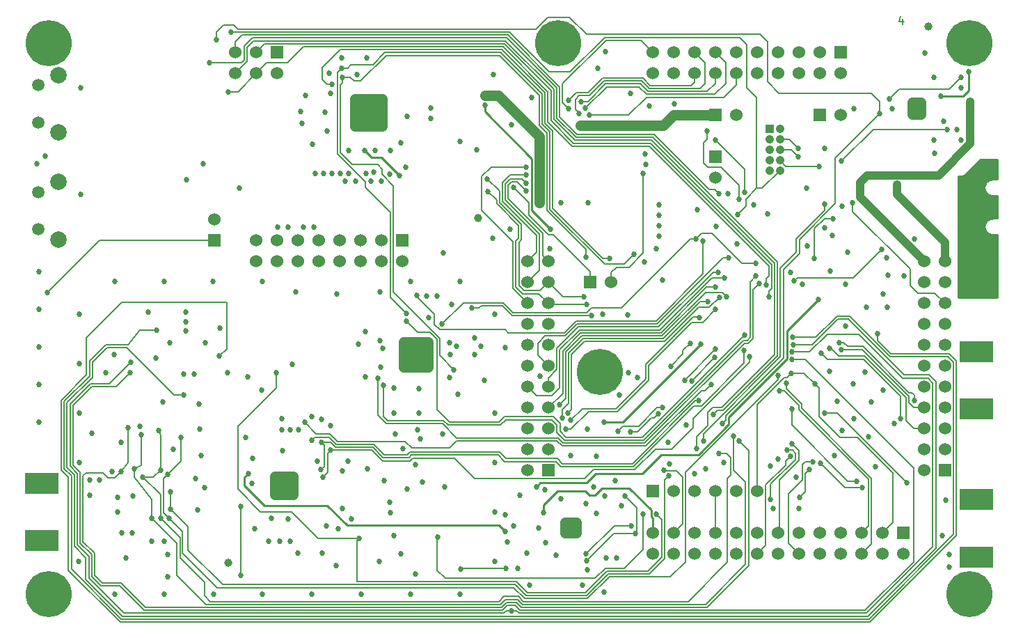
<source format=gbr>
G04 #@! TF.GenerationSoftware,KiCad,Pcbnew,(5.1.6-0-10_14)*
G04 #@! TF.CreationDate,2020-09-07T10:58:25+10:00*
G04 #@! TF.ProjectId,hackrf-one,6861636b-7266-42d6-9f6e-652e6b696361,rev?*
G04 #@! TF.SameCoordinates,Original*
G04 #@! TF.FileFunction,Copper,L4,Bot*
G04 #@! TF.FilePolarity,Positive*
%FSLAX45Y45*%
G04 Gerber Fmt 4.5, Leading zero omitted, Abs format (unit mm)*
G04 Created by KiCad (PCBNEW (5.1.6-0-10_14)) date 2020-09-07 10:58:25*
%MOMM*%
%LPD*%
G01*
G04 APERTURE LIST*
G04 #@! TA.AperFunction,NonConductor*
%ADD10C,0.177800*%
G04 #@! TD*
G04 #@! TA.AperFunction,ComponentPad*
%ADD11C,1.400000*%
G04 #@! TD*
G04 #@! TA.AperFunction,ComponentPad*
%ADD12C,1.500000*%
G04 #@! TD*
G04 #@! TA.AperFunction,SMDPad,CuDef*
%ADD13C,1.000000*%
G04 #@! TD*
G04 #@! TA.AperFunction,ComponentPad*
%ADD14C,0.600000*%
G04 #@! TD*
G04 #@! TA.AperFunction,ComponentPad*
%ADD15C,5.600000*%
G04 #@! TD*
G04 #@! TA.AperFunction,ComponentPad*
%ADD16C,1.524000*%
G04 #@! TD*
G04 #@! TA.AperFunction,ComponentPad*
%ADD17R,1.524000X1.524000*%
G04 #@! TD*
G04 #@! TA.AperFunction,ViaPad*
%ADD18C,0.600000*%
G04 #@! TD*
G04 #@! TA.AperFunction,SMDPad,CuDef*
%ADD19R,4.190000X2.665000*%
G04 #@! TD*
G04 #@! TA.AperFunction,ComponentPad*
%ADD20C,1.066800*%
G04 #@! TD*
G04 #@! TA.AperFunction,ComponentPad*
%ADD21R,1.066800X1.066800*%
G04 #@! TD*
G04 #@! TA.AperFunction,ComponentPad*
%ADD22C,2.000000*%
G04 #@! TD*
G04 #@! TA.AperFunction,ComponentPad*
%ADD23C,0.585000*%
G04 #@! TD*
G04 #@! TA.AperFunction,ComponentPad*
%ADD24C,0.635000*%
G04 #@! TD*
G04 #@! TA.AperFunction,ViaPad*
%ADD25C,0.685800*%
G04 #@! TD*
G04 #@! TA.AperFunction,Conductor*
%ADD26C,0.203200*%
G04 #@! TD*
G04 #@! TA.AperFunction,Conductor*
%ADD27C,1.270000*%
G04 #@! TD*
G04 #@! TA.AperFunction,Conductor*
%ADD28C,0.254000*%
G04 #@! TD*
G04 #@! TA.AperFunction,Conductor*
%ADD29C,1.016000*%
G04 #@! TD*
G04 #@! TA.AperFunction,Conductor*
%ADD30C,0.508000*%
G04 #@! TD*
G04 #@! TA.AperFunction,Conductor*
%ADD31C,0.304800*%
G04 #@! TD*
G04 APERTURE END LIST*
D10*
X16789352Y-10108229D02*
X16789352Y-10175962D01*
X16765162Y-10069524D02*
X16740971Y-10142095D01*
X16803867Y-10142095D01*
D11*
G04 #@! TO.P,J1,0*
G04 #@! TO.N,GND*
X17577000Y-12151000D03*
X17577000Y-12649000D03*
D12*
X17880000Y-11987500D03*
X17880000Y-12812500D03*
G04 #@! TD*
D13*
G04 #@! TO.P,MARK1MM,*
G04 #@! TO.N,*
X11623280Y-12527320D03*
G04 #@! TD*
G04 #@! TO.P,MARK1MM,*
G04 #@! TO.N,*
X8580360Y-16723400D03*
G04 #@! TD*
D14*
G04 #@! TO.P,U19,0*
G04 #@! TO.N,GND*
X12812920Y-16358600D03*
X12812920Y-16226600D03*
X12680920Y-16226600D03*
X12680920Y-16358600D03*
X12746920Y-16292600D03*
G04 #@! TD*
D13*
G04 #@! TO.P,MARK1MM,*
G04 #@! TO.N,*
X17100000Y-10200000D03*
G04 #@! TD*
D14*
G04 #@! TO.P,J4,1*
G04 #@! TO.N,GND*
X6555000Y-10555000D03*
X6245000Y-10555000D03*
X6245000Y-10245000D03*
X6555000Y-10245000D03*
X6620000Y-10400000D03*
X6400000Y-10620000D03*
X6180000Y-10400000D03*
X6400000Y-10180000D03*
D15*
X6400000Y-10400000D03*
G04 #@! TD*
D14*
G04 #@! TO.P,J5,1*
G04 #@! TO.N,GND*
X6555000Y-17255000D03*
X6245000Y-17255000D03*
X6245000Y-16945000D03*
X6555000Y-16945000D03*
X6620000Y-17100000D03*
X6400000Y-17320000D03*
X6180000Y-17100000D03*
X6400000Y-16880000D03*
D15*
X6400000Y-17100000D03*
G04 #@! TD*
D14*
G04 #@! TO.P,J6,1*
G04 #@! TO.N,GND*
X17755000Y-17255000D03*
X17445000Y-17255000D03*
X17445000Y-16945000D03*
X17755000Y-16945000D03*
X17820000Y-17100000D03*
X17600000Y-17320000D03*
X17380000Y-17100000D03*
X17600000Y-16880000D03*
D15*
X17600000Y-17100000D03*
G04 #@! TD*
D14*
G04 #@! TO.P,J7,1*
G04 #@! TO.N,GND*
X17755000Y-10555000D03*
X17445000Y-10555000D03*
X17445000Y-10245000D03*
X17755000Y-10245000D03*
X17820000Y-10400000D03*
X17600000Y-10620000D03*
X17380000Y-10400000D03*
X17600000Y-10180000D03*
D15*
X17600000Y-10400000D03*
G04 #@! TD*
D14*
G04 #@! TO.P,J8,1*
G04 #@! TO.N,GND*
X12755000Y-10555000D03*
X12445000Y-10555000D03*
X12445000Y-10245000D03*
X12755000Y-10245000D03*
X12820000Y-10400000D03*
X12600000Y-10620000D03*
X12380000Y-10400000D03*
X12600000Y-10180000D03*
D15*
X12600000Y-10400000D03*
G04 #@! TD*
D14*
G04 #@! TO.P,J9,1*
G04 #@! TO.N,GND*
X13255000Y-14555000D03*
X12945000Y-14555000D03*
X12945000Y-14245000D03*
X13255000Y-14245000D03*
X13320000Y-14400000D03*
X13100000Y-14620000D03*
X12880000Y-14400000D03*
X13100000Y-14180000D03*
D15*
X13100000Y-14400000D03*
G04 #@! TD*
D16*
G04 #@! TO.P,P1,2*
G04 #@! TO.N,+1.8V*
X14763000Y-11277000D03*
D17*
G04 #@! TO.P,P1,1*
X14509000Y-11277000D03*
G04 #@! TD*
D18*
G04 #@! TO.N,GND*
G04 #@! TO.C,P2*
X17748000Y-14950000D03*
X17748000Y-14850000D03*
X17748000Y-14750000D03*
X17648000Y-14950000D03*
X17648000Y-14850000D03*
X17648000Y-14750000D03*
X17548000Y-14950000D03*
X17548000Y-14850000D03*
X17548000Y-14750000D03*
X17748000Y-14050000D03*
X17748000Y-14150000D03*
X17748000Y-14250000D03*
X17648000Y-14050000D03*
X17648000Y-14150000D03*
X17648000Y-14250000D03*
X17548000Y-14050000D03*
X17548000Y-14150000D03*
X17548000Y-14250000D03*
D19*
G04 #@! TD*
G04 #@! TO.P,P2,2*
G04 #@! TO.N,GND*
X17688500Y-14150750D03*
G04 #@! TO.P,P2,2*
G04 #@! TO.N,GND*
X17688500Y-14849250D03*
G04 #@! TD*
D16*
G04 #@! TO.P,P3,2*
G04 #@! TO.N,GND*
X14509000Y-12039000D03*
D17*
G04 #@! TO.P,P3,1*
X14509000Y-11785000D03*
G04 #@! TD*
D18*
G04 #@! TO.N,GND*
G04 #@! TO.C,P4*
X6252000Y-15650000D03*
X6252000Y-15750000D03*
X6252000Y-15850000D03*
X6352000Y-15650000D03*
X6352000Y-15750000D03*
X6352000Y-15850000D03*
X6452000Y-15650000D03*
X6452000Y-15750000D03*
X6452000Y-15850000D03*
X6252000Y-16550000D03*
X6252000Y-16450000D03*
X6252000Y-16350000D03*
X6352000Y-16550000D03*
X6352000Y-16450000D03*
X6352000Y-16350000D03*
X6452000Y-16550000D03*
X6452000Y-16450000D03*
X6452000Y-16350000D03*
D19*
G04 #@! TD*
G04 #@! TO.P,P4,2*
G04 #@! TO.N,GND*
X6311500Y-16449250D03*
G04 #@! TO.P,P4,2*
G04 #@! TO.N,GND*
X6311500Y-15750750D03*
G04 #@! TD*
D16*
G04 #@! TO.P,P5,6*
G04 #@! TO.N,/mcu/usb/power/LED3*
X8667000Y-10769000D03*
G04 #@! TO.P,P5,5*
G04 #@! TO.N,!VAA_ENABLE*
X8667000Y-10515000D03*
G04 #@! TO.P,P5,4*
G04 #@! TO.N,/mcu/usb/power/LED2*
X8921000Y-10769000D03*
G04 #@! TO.P,P5,3*
G04 #@! TO.N,/mcu/usb/power/LED1*
X8921000Y-10515000D03*
G04 #@! TO.P,P5,2*
G04 #@! TO.N,VCC*
X9175000Y-10769000D03*
D17*
G04 #@! TO.P,P5,1*
G04 #@! TO.N,GND*
X9175000Y-10515000D03*
G04 #@! TD*
D16*
G04 #@! TO.P,P8,2*
G04 #@! TO.N,VCC*
X16033000Y-11277000D03*
D17*
G04 #@! TO.P,P8,1*
X15779000Y-11277000D03*
G04 #@! TD*
D16*
G04 #@! TO.P,P9,16*
G04 #@! TO.N,GND*
X8921000Y-13055000D03*
G04 #@! TO.P,P9,15*
X8921000Y-12801000D03*
G04 #@! TO.P,P9,14*
X9175000Y-13055000D03*
G04 #@! TO.P,P9,13*
G04 #@! TO.N,/baseband/TXBBQ-*
X9175000Y-12801000D03*
G04 #@! TO.P,P9,12*
G04 #@! TO.N,/baseband/TXBBI+*
X9429000Y-13055000D03*
G04 #@! TO.P,P9,11*
G04 #@! TO.N,/baseband/TXBBQ+*
X9429000Y-12801000D03*
G04 #@! TO.P,P9,10*
G04 #@! TO.N,/baseband/TXBBI-*
X9683000Y-13055000D03*
G04 #@! TO.P,P9,9*
G04 #@! TO.N,GND*
X9683000Y-12801000D03*
G04 #@! TO.P,P9,8*
X9937000Y-13055000D03*
G04 #@! TO.P,P9,7*
G04 #@! TO.N,/baseband/RXBBI+*
X9937000Y-12801000D03*
G04 #@! TO.P,P9,6*
G04 #@! TO.N,/baseband/RXBBQ+*
X10191000Y-13055000D03*
G04 #@! TO.P,P9,5*
G04 #@! TO.N,/baseband/RXBBI-*
X10191000Y-12801000D03*
G04 #@! TO.P,P9,4*
G04 #@! TO.N,/baseband/RXBBQ-*
X10445000Y-13055000D03*
G04 #@! TO.P,P9,3*
G04 #@! TO.N,GND*
X10445000Y-12801000D03*
G04 #@! TO.P,P9,2*
X10699000Y-13055000D03*
D17*
G04 #@! TO.P,P9,1*
X10699000Y-12801000D03*
G04 #@! TD*
D18*
G04 #@! TO.N,GND*
G04 #@! TO.C,P16*
X17748000Y-16750000D03*
X17748000Y-16650000D03*
X17748000Y-16550000D03*
X17648000Y-16750000D03*
X17648000Y-16650000D03*
X17648000Y-16550000D03*
X17548000Y-16750000D03*
X17548000Y-16650000D03*
X17548000Y-16550000D03*
X17748000Y-15850000D03*
X17748000Y-15950000D03*
X17748000Y-16050000D03*
X17648000Y-15850000D03*
X17648000Y-15950000D03*
X17648000Y-16050000D03*
X17548000Y-15850000D03*
X17548000Y-15950000D03*
X17548000Y-16050000D03*
D19*
G04 #@! TD*
G04 #@! TO.P,P16,2*
G04 #@! TO.N,GND*
X17688500Y-15950750D03*
G04 #@! TO.P,P16,2*
G04 #@! TO.N,GND*
X17688500Y-16649250D03*
G04 #@! TD*
D16*
G04 #@! TO.P,P20,22*
G04 #@! TO.N,/mcu/usb/power/VIN*
X17049000Y-13055000D03*
G04 #@! TO.P,P20,21*
G04 #@! TO.N,/mcu/usb/power/VBUS*
X17303000Y-13055000D03*
G04 #@! TO.P,P20,20*
G04 #@! TO.N,/mcu/usb/power/ADC0_0*
X17049000Y-13309000D03*
G04 #@! TO.P,P20,19*
G04 #@! TO.N,GND*
X17303000Y-13309000D03*
G04 #@! TO.P,P20,18*
G04 #@! TO.N,/mcu/usb/power/ADC0_5*
X17049000Y-13563000D03*
G04 #@! TO.P,P20,17*
G04 #@! TO.N,/mcu/usb/power/VBUSCTRL*
X17303000Y-13563000D03*
G04 #@! TO.P,P20,16*
G04 #@! TO.N,/mcu/usb/power/ADC0_2*
X17049000Y-13817000D03*
G04 #@! TO.P,P20,15*
G04 #@! TO.N,GND*
X17303000Y-13817000D03*
G04 #@! TO.P,P20,14*
G04 #@! TO.N,/mcu/usb/power/ADC0_6*
X17049000Y-14071000D03*
G04 #@! TO.P,P20,13*
G04 #@! TO.N,GND*
X17303000Y-14071000D03*
G04 #@! TO.P,P20,12*
G04 #@! TO.N,/mcu/usb/power/GPIO3_15*
X17049000Y-14325000D03*
G04 #@! TO.P,P20,11*
G04 #@! TO.N,/mcu/usb/power/GPIO3_14*
X17303000Y-14325000D03*
G04 #@! TO.P,P20,10*
G04 #@! TO.N,/mcu/usb/power/GPIO3_13*
X17049000Y-14579000D03*
G04 #@! TO.P,P20,9*
G04 #@! TO.N,/mcu/usb/power/GPIO3_12*
X17303000Y-14579000D03*
G04 #@! TO.P,P20,8*
G04 #@! TO.N,/mcu/usb/power/GPIO3_11*
X17049000Y-14833000D03*
G04 #@! TO.P,P20,7*
G04 #@! TO.N,/mcu/usb/power/GPIO3_10*
X17303000Y-14833000D03*
G04 #@! TO.P,P20,6*
G04 #@! TO.N,/mcu/usb/power/GPIO3_9*
X17049000Y-15087000D03*
G04 #@! TO.P,P20,5*
G04 #@! TO.N,/mcu/usb/power/GPIO3_8*
X17303000Y-15087000D03*
G04 #@! TO.P,P20,4*
G04 #@! TO.N,/mcu/usb/power/WAKEUP*
X17049000Y-15341000D03*
G04 #@! TO.P,P20,3*
G04 #@! TO.N,VCC*
X17303000Y-15341000D03*
G04 #@! TO.P,P20,2*
G04 #@! TO.N,/mcu/usb/power/RTC_ALARM*
X17049000Y-15595000D03*
D17*
G04 #@! TO.P,P20,1*
G04 #@! TO.N,/mcu/usb/power/VBAT*
X17303000Y-15595000D03*
G04 #@! TD*
D16*
G04 #@! TO.P,P22,26*
G04 #@! TO.N,SCL*
X13747000Y-16611000D03*
G04 #@! TO.P,P22,25*
G04 #@! TO.N,CLK6*
X13747000Y-16357000D03*
G04 #@! TO.P,P22,24*
G04 #@! TO.N,SDA*
X14001000Y-16611000D03*
G04 #@! TO.P,P22,23*
G04 #@! TO.N,/mcu/usb/power/P2_8*
X14001000Y-16357000D03*
G04 #@! TO.P,P22,22*
G04 #@! TO.N,/mcu/usb/power/P2_13*
X14255000Y-16611000D03*
G04 #@! TO.P,P22,21*
G04 #@! TO.N,/mcu/usb/power/P2_9*
X14255000Y-16357000D03*
G04 #@! TO.P,P22,20*
G04 #@! TO.N,/mcu/usb/power/U0_TXD*
X14509000Y-16611000D03*
G04 #@! TO.P,P22,19*
G04 #@! TO.N,/mcu/usb/power/U0_RXD*
X14509000Y-16357000D03*
G04 #@! TO.P,P22,18*
G04 #@! TO.N,GND*
X14763000Y-16611000D03*
G04 #@! TO.P,P22,17*
G04 #@! TO.N,/mcu/usb/power/I2S0_TX_MCLK*
X14763000Y-16357000D03*
G04 #@! TO.P,P22,16*
G04 #@! TO.N,/mcu/usb/power/I2S0_TX_SCK*
X15017000Y-16611000D03*
G04 #@! TO.P,P22,15*
G04 #@! TO.N,/mcu/usb/power/I2S0_RX_WS*
X15017000Y-16357000D03*
G04 #@! TO.P,P22,14*
G04 #@! TO.N,/mcu/usb/power/I2S0_RX_MCLK*
X15271000Y-16611000D03*
G04 #@! TO.P,P22,13*
G04 #@! TO.N,/mcu/usb/power/I2S0_RX_SDA*
X15271000Y-16357000D03*
G04 #@! TO.P,P22,12*
G04 #@! TO.N,/mcu/usb/power/I2S0_RX_SCK*
X15525000Y-16611000D03*
G04 #@! TO.P,P22,11*
G04 #@! TO.N,VCC*
X15525000Y-16357000D03*
G04 #@! TO.P,P22,10*
G04 #@! TO.N,GND*
X15779000Y-16611000D03*
G04 #@! TO.P,P22,9*
G04 #@! TO.N,/mcu/usb/power/SPIFI_MOSI*
X15779000Y-16357000D03*
G04 #@! TO.P,P22,8*
G04 #@! TO.N,/mcu/usb/power/SPIFI_SCK*
X16033000Y-16611000D03*
G04 #@! TO.P,P22,7*
G04 #@! TO.N,/mcu/usb/power/SPIFI_MISO*
X16033000Y-16357000D03*
G04 #@! TO.P,P22,6*
G04 #@! TO.N,/mcu/usb/power/I2C1_SDA*
X16287000Y-16611000D03*
G04 #@! TO.P,P22,5*
G04 #@! TO.N,/mcu/usb/power/I2C1_SCL*
X16287000Y-16357000D03*
G04 #@! TO.P,P22,4*
G04 #@! TO.N,GND*
X16541000Y-16611000D03*
G04 #@! TO.P,P22,3*
G04 #@! TO.N,/mcu/usb/power/RESET*
X16541000Y-16357000D03*
G04 #@! TO.P,P22,2*
G04 #@! TO.N,CLKIN*
X16795000Y-16611000D03*
D17*
G04 #@! TO.P,P22,1*
G04 #@! TO.N,CLKOUT*
X16795000Y-16357000D03*
G04 #@! TD*
D16*
G04 #@! TO.P,P25,6*
G04 #@! TO.N,/mcu/usb/power/RESET*
X15017000Y-15849000D03*
G04 #@! TO.P,P25,5*
G04 #@! TO.N,/mcu/usb/power/U0_TXD*
X14763000Y-15849000D03*
G04 #@! TO.P,P25,4*
G04 #@! TO.N,/mcu/usb/power/U0_RXD*
X14509000Y-15849000D03*
G04 #@! TO.P,P25,3*
G04 #@! TO.N,Net-(P25-Pad3)*
X14255000Y-15849000D03*
G04 #@! TO.P,P25,2*
G04 #@! TO.N,/mcu/usb/power/ISP*
X14001000Y-15849000D03*
D17*
G04 #@! TO.P,P25,1*
G04 #@! TO.N,GND*
X13747000Y-15849000D03*
G04 #@! TD*
D20*
G04 #@! TO.P,P26,10*
G04 #@! TO.N,/mcu/usb/power/RESET*
X15293260Y-11954660D03*
G04 #@! TO.P,P26,9*
G04 #@! TO.N,GND*
X15166260Y-11954660D03*
G04 #@! TO.P,P26,8*
G04 #@! TO.N,/mcu/usb/power/TDI*
X15293260Y-11827660D03*
G04 #@! TO.P,P26,7*
G04 #@! TO.N,Net-(P26-Pad7)*
X15166260Y-11827660D03*
G04 #@! TO.P,P26,6*
G04 #@! TO.N,/mcu/usb/power/TDO*
X15293260Y-11700660D03*
G04 #@! TO.P,P26,5*
G04 #@! TO.N,GND*
X15166260Y-11700660D03*
G04 #@! TO.P,P26,4*
G04 #@! TO.N,/mcu/usb/power/TCK*
X15293260Y-11573660D03*
G04 #@! TO.P,P26,3*
G04 #@! TO.N,GND*
X15166260Y-11573660D03*
G04 #@! TO.P,P26,2*
G04 #@! TO.N,/mcu/usb/power/TMS*
X15293260Y-11446660D03*
D21*
G04 #@! TO.P,P26,1*
G04 #@! TO.N,VCC*
X15166260Y-11446660D03*
G04 #@! TD*
D16*
G04 #@! TO.P,P28,22*
G04 #@! TO.N,/mcu/usb/power/BANK2F3M4*
X12223000Y-13055000D03*
G04 #@! TO.P,P28,21*
G04 #@! TO.N,/mcu/usb/power/BANK2F3M12*
X12477000Y-13055000D03*
G04 #@! TO.P,P28,20*
G04 #@! TO.N,/mcu/usb/power/BANK2F3M6*
X12223000Y-13309000D03*
G04 #@! TO.P,P28,19*
G04 #@! TO.N,/mcu/usb/power/CPLD_TDI*
X12477000Y-13309000D03*
G04 #@! TO.P,P28,18*
G04 #@! TO.N,/mcu/usb/power/BANK2F3M2*
X12223000Y-13563000D03*
G04 #@! TO.P,P28,17*
G04 #@! TO.N,/mcu/usb/power/CPLD_TCK*
X12477000Y-13563000D03*
G04 #@! TO.P,P28,16*
G04 #@! TO.N,/mcu/usb/power/B1AUX13*
X12223000Y-13817000D03*
G04 #@! TO.P,P28,15*
G04 #@! TO.N,/mcu/usb/power/B1AUX14*
X12477000Y-13817000D03*
G04 #@! TO.P,P28,14*
G04 #@! TO.N,GCK1*
X12223000Y-14071000D03*
G04 #@! TO.P,P28,13*
G04 #@! TO.N,GCK2*
X12477000Y-14071000D03*
G04 #@! TO.P,P28,12*
G04 #@! TO.N,GND*
X12223000Y-14325000D03*
G04 #@! TO.P,P28,11*
G04 #@! TO.N,/mcu/usb/power/SD_CLK*
X12477000Y-14325000D03*
G04 #@! TO.P,P28,10*
G04 #@! TO.N,/mcu/usb/power/SD_POW*
X12223000Y-14579000D03*
G04 #@! TO.P,P28,9*
G04 #@! TO.N,/mcu/usb/power/SD_CMD*
X12477000Y-14579000D03*
G04 #@! TO.P,P28,8*
G04 #@! TO.N,/mcu/usb/power/SD_VOLT0*
X12223000Y-14833000D03*
G04 #@! TO.P,P28,7*
G04 #@! TO.N,/mcu/usb/power/SD_DAT0*
X12477000Y-14833000D03*
G04 #@! TO.P,P28,6*
G04 #@! TO.N,/mcu/usb/power/SD_DAT1*
X12223000Y-15087000D03*
G04 #@! TO.P,P28,5*
G04 #@! TO.N,/mcu/usb/power/SD_DAT2*
X12477000Y-15087000D03*
G04 #@! TO.P,P28,4*
G04 #@! TO.N,/mcu/usb/power/SD_DAT3*
X12223000Y-15341000D03*
G04 #@! TO.P,P28,3*
G04 #@! TO.N,/mcu/usb/power/SD_CD*
X12477000Y-15341000D03*
G04 #@! TO.P,P28,2*
G04 #@! TO.N,GND*
X12223000Y-15595000D03*
D17*
G04 #@! TO.P,P28,1*
G04 #@! TO.N,VCC*
X12477000Y-15595000D03*
G04 #@! TD*
D16*
G04 #@! TO.P,P29,2*
G04 #@! TO.N,/mcu/usb/power/CPLD_TDO*
X13239000Y-13309000D03*
D17*
G04 #@! TO.P,P29,1*
G04 #@! TO.N,/mcu/usb/power/CPLD_TMS*
X12985000Y-13309000D03*
G04 #@! TD*
D16*
G04 #@! TO.P,P30,20*
G04 #@! TO.N,GND*
X13747000Y-10769000D03*
G04 #@! TO.P,P30,19*
G04 #@! TO.N,/mcu/usb/power/GCK0*
X13747000Y-10515000D03*
G04 #@! TO.P,P30,18*
G04 #@! TO.N,/mcu/usb/power/B2AUX1*
X14001000Y-10769000D03*
G04 #@! TO.P,P30,17*
G04 #@! TO.N,/mcu/usb/power/B2AUX2*
X14001000Y-10515000D03*
G04 #@! TO.P,P30,16*
G04 #@! TO.N,/mcu/usb/power/B2AUX3*
X14255000Y-10769000D03*
G04 #@! TO.P,P30,15*
G04 #@! TO.N,/mcu/usb/power/B2AUX4*
X14255000Y-10515000D03*
G04 #@! TO.P,P30,14*
G04 #@! TO.N,/mcu/usb/power/B2AUX5*
X14509000Y-10769000D03*
G04 #@! TO.P,P30,13*
G04 #@! TO.N,/mcu/usb/power/B2AUX6*
X14509000Y-10515000D03*
G04 #@! TO.P,P30,12*
G04 #@! TO.N,/mcu/usb/power/B2AUX7*
X14763000Y-10769000D03*
G04 #@! TO.P,P30,11*
G04 #@! TO.N,/mcu/usb/power/B2AUX8*
X14763000Y-10515000D03*
G04 #@! TO.P,P30,10*
G04 #@! TO.N,/mcu/usb/power/B2AUX9*
X15017000Y-10769000D03*
G04 #@! TO.P,P30,9*
G04 #@! TO.N,/mcu/usb/power/B2AUX10*
X15017000Y-10515000D03*
G04 #@! TO.P,P30,8*
G04 #@! TO.N,/mcu/usb/power/B2AUX11*
X15271000Y-10769000D03*
G04 #@! TO.P,P30,7*
G04 #@! TO.N,/mcu/usb/power/B2AUX12*
X15271000Y-10515000D03*
G04 #@! TO.P,P30,6*
G04 #@! TO.N,/mcu/usb/power/B2AUX13*
X15525000Y-10769000D03*
G04 #@! TO.P,P30,5*
G04 #@! TO.N,/mcu/usb/power/B2AUX14*
X15525000Y-10515000D03*
G04 #@! TO.P,P30,4*
G04 #@! TO.N,/mcu/usb/power/B2AUX15*
X15779000Y-10769000D03*
G04 #@! TO.P,P30,3*
G04 #@! TO.N,/mcu/usb/power/B2AUX16*
X15779000Y-10515000D03*
G04 #@! TO.P,P30,2*
G04 #@! TO.N,GND*
X16033000Y-10769000D03*
D17*
G04 #@! TO.P,P30,1*
G04 #@! TO.N,VCC*
X16033000Y-10515000D03*
G04 #@! TD*
D16*
G04 #@! TO.P,P36,2*
G04 #@! TO.N,VAA*
X8413000Y-12547000D03*
D17*
G04 #@! TO.P,P36,1*
X8413000Y-12801000D03*
G04 #@! TD*
D16*
G04 #@! TO.P,P80,2*
G04 #@! TO.N,GND*
X17811000Y-13309000D03*
D17*
G04 #@! TO.P,P80,1*
X17811000Y-13055000D03*
G04 #@! TD*
D22*
G04 #@! TO.P,SW1,0*
G04 #@! TO.N,GND*
X6519000Y-12089500D03*
X6519000Y-12790500D03*
D12*
G04 #@! TO.P,SW1,2*
G04 #@! TO.N,Net-(R30-Pad2)*
X6270000Y-12665000D03*
G04 #@! TO.P,SW1,1*
G04 #@! TO.N,VCC*
X6270000Y-12215000D03*
G04 #@! TD*
D22*
G04 #@! TO.P,SW2,0*
G04 #@! TO.N,GND*
X6519000Y-10789500D03*
X6519000Y-11490500D03*
D12*
G04 #@! TO.P,SW2,2*
G04 #@! TO.N,Net-(R19-Pad2)*
X6270000Y-11365000D03*
G04 #@! TO.P,SW2,1*
G04 #@! TO.N,GND*
X6270000Y-10915000D03*
G04 #@! TD*
D23*
G04 #@! TO.P,U21,0*
G04 #@! TO.N,GND*
X16903000Y-11120120D03*
X17003000Y-11120120D03*
X17003000Y-11270120D03*
X16903000Y-11270120D03*
X16953000Y-11195120D03*
G04 #@! TD*
D14*
G04 #@! TO.P,U4,0*
G04 #@! TO.N,GND*
X9152040Y-15666360D03*
X9152040Y-15776360D03*
X9152040Y-15886360D03*
X9262040Y-15886360D03*
X9372040Y-15886360D03*
X9372040Y-15776360D03*
X9372040Y-15666360D03*
X9262040Y-15666360D03*
X9262040Y-15776360D03*
G04 #@! TD*
D24*
G04 #@! TO.P,U17,0*
G04 #@! TO.N,GND*
X11014850Y-14339710D03*
X11014850Y-14189710D03*
X11014850Y-14039710D03*
X10864850Y-14039710D03*
X10714850Y-14039710D03*
X10714850Y-14189710D03*
X10714850Y-14339710D03*
X10864850Y-14339710D03*
X10864850Y-14189710D03*
G04 #@! TD*
G04 #@! TO.P,U18,0*
G04 #@! TO.N,GND*
X10454540Y-11411180D03*
X10454540Y-11246180D03*
X10454540Y-11081180D03*
X10289540Y-11081180D03*
X10124540Y-11081180D03*
X10124540Y-11246180D03*
X10124540Y-11411180D03*
X10289540Y-11411180D03*
X10289540Y-11246180D03*
G04 #@! TD*
D25*
G04 #@! TO.N,!MIX_BYPASS*
X12029440Y-17302480D03*
X11958840Y-16791340D03*
X15441180Y-14157360D03*
X7394420Y-14282720D03*
X11412460Y-16797060D03*
G04 #@! TO.N,!RX_AMP_PWR*
X14796020Y-15239400D03*
G04 #@! TO.N,!TX_AMP_PWR*
X13941310Y-15663580D03*
G04 #@! TO.N,!VAA_ENABLE*
X14549640Y-12234580D03*
G04 #@! TO.N,+1.8V*
X11709400Y-11036300D03*
X12870700Y-11404000D03*
X12369800Y-11534140D03*
X12370320Y-12341260D03*
G04 #@! TO.N,/frontend/!ANT_BIAS*
X8735300Y-16035060D03*
X8735300Y-16870720D03*
G04 #@! TO.N,/frontend/REF_IN*
X11951220Y-16341760D03*
X8826500Y-15636240D03*
G04 #@! TO.N,/mcu/usb/power/B2AUX3*
X12725920Y-11099200D03*
G04 #@! TO.N,/mcu/usb/power/B2AUX4*
X12852920Y-11259220D03*
G04 #@! TO.N,/mcu/usb/power/B2AUX5*
X12875780Y-11111900D03*
G04 #@! TO.N,/mcu/usb/power/B2AUX6*
X12926580Y-11193180D03*
G04 #@! TO.N,/mcu/usb/power/B2AUX7*
X12974840Y-11277000D03*
G04 #@! TO.N,/mcu/usb/power/BANK2F3M12*
X12202680Y-12199020D03*
G04 #@! TO.N,/mcu/usb/power/BANK2F3M2*
X12202680Y-11906920D03*
G04 #@! TO.N,/mcu/usb/power/BANK2F3M4*
X12207760Y-12005980D03*
G04 #@! TO.N,/mcu/usb/power/BANK2F3M6*
X12205220Y-12102500D03*
G04 #@! TO.N,/mcu/usb/power/CPLD_TCK*
X11742940Y-12204100D03*
X12946900Y-13578240D03*
G04 #@! TO.N,/mcu/usb/power/CPLD_TDI*
X11732780Y-12051700D03*
X12911340Y-13489340D03*
G04 #@! TO.N,/mcu/usb/power/CPLD_TDO*
X13630160Y-11990740D03*
G04 #@! TO.N,/mcu/usb/power/CPLD_TMS*
X14203680Y-14051280D03*
X13967460Y-14328140D03*
X12055360Y-12158380D03*
G04 #@! TO.N,/mcu/usb/power/EN1V8*
X16508500Y-11258620D03*
X8440940Y-10357520D03*
X14590280Y-15028580D03*
G04 #@! TO.N,/mcu/usb/power/GCK0*
X12720840Y-11198260D03*
G04 #@! TO.N,/mcu/usb/power/GPIO3_10*
X16013186Y-14043164D03*
X16929100Y-14747240D03*
G04 #@! TO.N,/mcu/usb/power/GPIO3_11*
X16040127Y-14131170D03*
G04 #@! TO.N,/mcu/usb/power/GPIO3_8*
X16761460Y-14963140D03*
X15796780Y-14170060D03*
G04 #@! TO.N,/mcu/usb/power/GPIO3_9*
X15901831Y-14111414D03*
G04 #@! TO.N,/mcu/usb/power/GP_CLKIN*
X12329680Y-15795660D03*
X15758680Y-13519820D03*
G04 #@! TO.N,/mcu/usb/power/I2C1_SCL*
X14501380Y-14225940D03*
X14219440Y-14507880D03*
X15286240Y-14624720D03*
G04 #@! TO.N,/mcu/usb/power/I2C1_SDA*
X15370060Y-14535820D03*
X14509000Y-14124340D03*
X14133080Y-14500260D03*
G04 #@! TO.N,/mcu/usb/power/I2S0_RX_SCK*
X15692640Y-15495940D03*
G04 #@! TO.N,/mcu/usb/power/I2S0_RX_SDA*
X15436654Y-15273459D03*
G04 #@! TO.N,/mcu/usb/power/I2S0_RX_WS*
X15377680Y-15351160D03*
X15182100Y-15953140D03*
G04 #@! TO.N,/mcu/usb/power/I2S0_TX_SCK*
X15420860Y-15424820D03*
G04 #@! TO.N,/mcu/usb/power/LED1*
X15161780Y-13486800D03*
G04 #@! TO.N,/mcu/usb/power/LED2*
X15131300Y-13344560D03*
X8585720Y-10992520D03*
G04 #@! TO.N,/mcu/usb/power/LED3*
X14277860Y-15330840D03*
G04 #@! TO.N,/mcu/usb/power/P2_8*
X13881620Y-15593730D03*
X8354580Y-10642000D03*
X14483600Y-14914280D03*
G04 #@! TO.N,/mcu/usb/power/RESET*
X14779299Y-12482395D03*
X15433560Y-14413900D03*
X15718040Y-14543440D03*
X8613660Y-10268620D03*
G04 #@! TO.N,/mcu/usb/power/SD_CD*
X12751320Y-14985400D03*
X14313420Y-13735720D03*
G04 #@! TO.N,/mcu/usb/power/SD_CLK*
X14666480Y-13011820D03*
G04 #@! TO.N,/mcu/usb/power/SD_CMD*
X14542020Y-13187080D03*
G04 #@! TO.N,/mcu/usb/power/SD_DAT0*
X14511540Y-13369960D03*
G04 #@! TO.N,/mcu/usb/power/SD_DAT1*
X12715760Y-14896500D03*
X14559800Y-13491880D03*
G04 #@! TO.N,/mcu/usb/power/SD_DAT2*
X14418293Y-13547454D03*
X12647180Y-14962540D03*
G04 #@! TO.N,/mcu/usb/power/SD_DAT3*
X12685280Y-15097160D03*
X14509000Y-13641740D03*
G04 #@! TO.N,/mcu/usb/power/SD_POW*
X14620760Y-13253120D03*
G04 #@! TO.N,/mcu/usb/power/SD_VOLT0*
X14646160Y-13481720D03*
X12609080Y-14797440D03*
G04 #@! TO.N,/mcu/usb/power/SGPIO13*
X14864600Y-12219340D03*
X14509000Y-11576720D03*
G04 #@! TO.N,/mcu/usb/power/SGPIO9*
X14796020Y-12300620D03*
X14407400Y-11467500D03*
G04 #@! TO.N,/mcu/usb/power/SPIFI_MISO*
X15443200Y-14848840D03*
X16230600Y-15725140D03*
G04 #@! TO.N,/mcu/usb/power/SPIFI_SIO2*
X15791700Y-15506100D03*
X16299180Y-15801340D03*
G04 #@! TO.N,/mcu/usb/power/SPIFI_SIO3*
X15654540Y-15584840D03*
X15537180Y-15925800D03*
G04 #@! TO.N,/mcu/usb/power/TCK*
X15514240Y-11677800D03*
G04 #@! TO.N,/mcu/usb/power/TDI*
X15768840Y-11901840D03*
G04 #@! TO.N,/mcu/usb/power/TDO*
X15514840Y-11782460D03*
G04 #@! TO.N,/mcu/usb/power/VBAT*
X16835120Y-15742920D03*
X15838969Y-14896288D03*
G04 #@! TO.N,/mcu/usb/power/VBUS*
X16715980Y-12123460D03*
G04 #@! TO.N,/mcu/usb/power/VBUSCTRL*
X16180000Y-12340000D03*
G04 #@! TO.N,/mcu/usb/power/VIN*
X17608308Y-11112154D03*
X16268940Y-12095520D03*
G04 #@! TO.N,/mcu/usb/power/VREGMODE*
X14362615Y-15233946D03*
X15834880Y-12361580D03*
G04 #@! TO.N,AMP_BYPASS*
X7739620Y-15110500D03*
X14549640Y-15391800D03*
X7757400Y-15590560D03*
X7544040Y-15679460D03*
X7757400Y-16177300D03*
G04 #@! TO.N,CLK6*
X12421120Y-16108080D03*
G04 #@! TO.N,CS_AD*
X13221220Y-13021980D03*
X9846310Y-10899470D03*
G04 #@! TO.N,CS_XCVR*
X13005320Y-13712860D03*
X11546840Y-13624560D03*
G04 #@! TO.N,GCK1*
X10665980Y-12011060D03*
X10245090Y-11709730D03*
G04 #@! TO.N,GCK2*
X11709400Y-11158220D03*
X12504940Y-12661300D03*
G04 #@! TO.N,GND*
X17448300Y-11449120D03*
X17499100Y-10941120D03*
X12626340Y-12339320D03*
X13665200Y-11879580D03*
X8306280Y-14041420D03*
X9665900Y-15484260D03*
X17168900Y-11576120D03*
X7170660Y-15608340D03*
X10991850Y-13475970D03*
X8166580Y-14422420D03*
X11811000Y-10787380D03*
X10320020Y-12076760D03*
X12108020Y-16787780D03*
X9641840Y-11982780D03*
X10920730Y-15210790D03*
X11404600Y-11600180D03*
X11578590Y-14184630D03*
X9602400Y-14938160D03*
X10007600Y-12076760D03*
X10598150Y-14900910D03*
X8064980Y-13901720D03*
X9946640Y-11982780D03*
X16198180Y-14968130D03*
X9845040Y-11982780D03*
X11050270Y-11194110D03*
X10885170Y-15099030D03*
X10085000Y-16182760D03*
X17283200Y-11347520D03*
X9211240Y-16457080D03*
X9743440Y-11982780D03*
X10353040Y-11972620D03*
X10252710Y-13910310D03*
X9182100Y-12638100D03*
X17499100Y-11576120D03*
X13647787Y-13064316D03*
X9335700Y-15100720D03*
X15425878Y-13190039D03*
X15209520Y-16057880D03*
X17168900Y-10814120D03*
X11118850Y-13475970D03*
X16092213Y-13842006D03*
X16404726Y-14761584D03*
X8792140Y-15192160D03*
X9772580Y-16271660D03*
X10048240Y-11982780D03*
X9309100Y-12638100D03*
X15898239Y-14388006D03*
X11576050Y-13986510D03*
X13169900Y-10505440D03*
X9521190Y-11036630D03*
X8881040Y-15446160D03*
X16660900Y-11195120D03*
X16548410Y-14617900D03*
X16548410Y-13450467D03*
X10902950Y-14900910D03*
X11652250Y-14088110D03*
X9483090Y-11379530D03*
X16611271Y-13225960D03*
X11372850Y-14672310D03*
X9813290Y-10769930D03*
X12029440Y-11391900D03*
X8039580Y-14422420D03*
X9963150Y-10581970D03*
X11050270Y-11316030D03*
X10447020Y-12076760D03*
X11296650Y-13577570D03*
X10863340Y-16857620D03*
X8064980Y-13673120D03*
X10252710Y-14456410D03*
X14976865Y-12363856D03*
X15569562Y-13333724D03*
X16054496Y-15111814D03*
X9437300Y-15100720D03*
X9831000Y-15052460D03*
X14773911Y-12839809D03*
X10261600Y-11982780D03*
X16090417Y-13333724D03*
X12275820Y-11064240D03*
X7874480Y-14041420D03*
X14285385Y-12426718D03*
X16602291Y-13612111D03*
X16119153Y-12945776D03*
X12213520Y-16599940D03*
X15174430Y-15546459D03*
X17054600Y-10522020D03*
X15928772Y-12741027D03*
X9234100Y-15100720D03*
X9426180Y-16601480D03*
X10741660Y-11909120D03*
X9071540Y-16457080D03*
X7917420Y-15341640D03*
X9897040Y-16754260D03*
X10134600Y-12076760D03*
X9234100Y-14966100D03*
X9338240Y-16457080D03*
X15488739Y-15677570D03*
X10163810Y-14065250D03*
X16191000Y-11195120D03*
X8064980Y-13787420D03*
X10684510Y-11610670D03*
X7612620Y-13675400D03*
X7094700Y-14407180D03*
X7191220Y-14186200D03*
X9494520Y-12638100D03*
X8227060Y-14787880D03*
X8869680Y-15753080D03*
X10272000Y-15577860D03*
X10043160Y-15483840D03*
X10549140Y-11995820D03*
X9622040Y-12638440D03*
X12569120Y-16622800D03*
X16593311Y-13010434D03*
X15838969Y-12651224D03*
X13934960Y-15254640D03*
X11796280Y-12770520D03*
X13820660Y-12498740D03*
X13162800Y-15907420D03*
X16456660Y-15554960D03*
X13028180Y-15793120D03*
X14013700Y-11142380D03*
X13157720Y-17078360D03*
X13139940Y-13700160D03*
X13343140Y-14678060D03*
X12052820Y-16270640D03*
X12126480Y-15899800D03*
X12433820Y-15831220D03*
X13820660Y-12625740D03*
X14394700Y-15574680D03*
X13952740Y-15518800D03*
X8715260Y-12166000D03*
X9000000Y-13300000D03*
X8400000Y-13300000D03*
X7800000Y-13300000D03*
X7200000Y-13300000D03*
X6775000Y-13700000D03*
X9900000Y-13450000D03*
X10800000Y-13300000D03*
X11955780Y-16131540D03*
X11825000Y-15500000D03*
X11825000Y-14900000D03*
X11825000Y-16100000D03*
X10425000Y-13425000D03*
X11400000Y-13300000D03*
X9400000Y-13425000D03*
X11825000Y-13700000D03*
X11700000Y-14500000D03*
X9000000Y-17100000D03*
X9600000Y-17100000D03*
X7800000Y-17100000D03*
X7200000Y-17100000D03*
X10200000Y-17100000D03*
X10800000Y-17100000D03*
X11400000Y-17100000D03*
X11950000Y-14100000D03*
X9918700Y-16306800D03*
X6775000Y-15500000D03*
X6775000Y-14900000D03*
X6775000Y-14300000D03*
X6787400Y-12239660D03*
X12949440Y-15097160D03*
X12746240Y-15417200D03*
X13063740Y-15427360D03*
X13305040Y-16664340D03*
X10264660Y-10583580D03*
X9462020Y-11235090D03*
X9608070Y-11630060D03*
X13452017Y-14409558D03*
X13475220Y-11014110D03*
X8077720Y-12064400D03*
X11825000Y-16700000D03*
X11192510Y-15154910D03*
X10613390Y-15154910D03*
X10416300Y-16705220D03*
X8906440Y-16304680D03*
X8237460Y-15092720D03*
X9716700Y-14976260D03*
X12962140Y-12346340D03*
X16375900Y-15191140D03*
X15959340Y-15414660D03*
X11200000Y-12950000D03*
X13823200Y-12750200D03*
X12494780Y-12897520D03*
X12252960Y-16990060D03*
X12895580Y-16990060D03*
X8209012Y-16074176D03*
X16053320Y-12386980D03*
X6279400Y-14551060D03*
X6279400Y-13182000D03*
X6279400Y-14093860D03*
X6254000Y-11871360D03*
X6279400Y-15008260D03*
X6279400Y-13639200D03*
X6766559Y-16700000D03*
X8184120Y-15697240D03*
X6900000Y-15900000D03*
X8402561Y-17100000D03*
X7846300Y-16621800D03*
X7013180Y-15715020D03*
X6896340Y-15715020D03*
X7785100Y-14764820D03*
X6921740Y-15146060D03*
X7508480Y-15057160D03*
X8577820Y-14409460D03*
X9360140Y-14302780D03*
X10551400Y-16106180D03*
X10948670Y-15740087D03*
X10597120Y-16388120D03*
X10762220Y-15819160D03*
X10706100Y-15331477D03*
X8988577Y-14618988D03*
X7422120Y-15910600D03*
X7236700Y-15924700D03*
X7236700Y-16099700D03*
X7650720Y-16456700D03*
X7805660Y-16454160D03*
X7338300Y-16657360D03*
X17175720Y-11739920D03*
X16929340Y-12778780D03*
X17269700Y-16393200D03*
X17356060Y-16771660D03*
X11216640Y-15796032D03*
G04 #@! TO.N,HP*
X8476220Y-14208800D03*
X16484600Y-13931900D03*
G04 #@! TO.N,LP*
X7711680Y-13888760D03*
X15446260Y-13979560D03*
G04 #@! TO.N,MIXER_ENX*
X9716700Y-15255660D03*
X9712960Y-15585440D03*
X14859520Y-14139580D03*
G04 #@! TO.N,MIXER_RESETX*
X9829800Y-15351760D03*
X9737020Y-15674760D03*
X14920480Y-14213240D03*
G04 #@! TO.N,MIXER_SCLK*
X9602400Y-15230260D03*
X14308340Y-14749180D03*
G04 #@! TO.N,MIXER_SDATA*
X14455660Y-14551060D03*
X9512820Y-15010800D03*
G04 #@! TO.N,MIX_BYPASS*
X13630160Y-16125860D03*
X11127980Y-16408440D03*
G04 #@! TO.N,RSSI*
X10751820Y-13784580D03*
X14864600Y-13949080D03*
G04 #@! TO.N,RX*
X13790180Y-16130940D03*
X10173220Y-16420500D03*
X10482820Y-15717560D03*
X9164560Y-14412000D03*
G04 #@! TO.N,RXENABLE*
X10474960Y-14561820D03*
X15001760Y-13235340D03*
G04 #@! TO.N,RX_AMP*
X14732520Y-15180980D03*
X7650720Y-16177300D03*
X7526260Y-15163840D03*
X7437360Y-15580400D03*
G04 #@! TO.N,RX_MIX_BP*
X15443720Y-14251340D03*
X7389340Y-14409720D03*
G04 #@! TO.N,SCL*
X13409180Y-15907420D03*
X13536180Y-16364620D03*
X13863840Y-14835540D03*
X13320280Y-15122560D03*
X12939280Y-16697360D03*
G04 #@! TO.N,SDA*
X13480300Y-15125100D03*
X13818120Y-14906660D03*
X13482840Y-16268100D03*
X12937420Y-16610100D03*
G04 #@! TO.N,SGPIO_CLK*
X14328140Y-14063980D03*
X13155180Y-15008260D03*
G04 #@! TO.N,SSP1_MISO*
X14360819Y-12803888D03*
X10876280Y-13472160D03*
G04 #@! TO.N,SSP1_MOSI*
X9959860Y-10705500D03*
X10751820Y-13685520D03*
X13518654Y-12971434D03*
G04 #@! TO.N,SSP1_SCK*
X9974084Y-10814720D03*
X12931660Y-12999120D03*
X11328920Y-14373260D03*
G04 #@! TO.N,TXENABLE*
X10403840Y-14472920D03*
X15042400Y-13326780D03*
G04 #@! TO.N,TX_AMP*
X15273540Y-14441840D03*
X7846300Y-15643899D03*
X7864080Y-16177300D03*
X8008336Y-15197384D03*
G04 #@! TO.N,TX_MIX_BP*
X15453880Y-14073540D03*
X8041640Y-14676120D03*
G04 #@! TO.N,VAA*
X11271250Y-14047470D03*
X10048240Y-11703380D03*
X11271250Y-14469110D03*
X9782810Y-11473510D03*
X11286490Y-14184630D03*
X10598150Y-14598650D03*
X10902950Y-14601190D03*
X10365740Y-11703380D03*
X10458450Y-14110970D03*
X9970700Y-15598560D03*
X10440670Y-14342110D03*
X9310300Y-16182760D03*
X9246800Y-15357260D03*
X9972040Y-16055340D03*
X9760470Y-11241440D03*
X9825240Y-11015380D03*
X10146030Y-10782630D03*
X10556240Y-11705920D03*
X11019790Y-13742670D03*
X10427970Y-14019530D03*
X6381000Y-13436000D03*
X11974080Y-16466220D03*
X7846300Y-16888500D03*
X7290040Y-16355100D03*
X7411960Y-16355100D03*
X8255240Y-15412760D03*
X8290800Y-15803920D03*
X7277340Y-15252740D03*
X8478760Y-13863360D03*
X7704060Y-14231660D03*
X10548860Y-15979180D03*
X10683480Y-16609100D03*
X10863820Y-15524520D03*
X9728440Y-16601480D03*
X8819120Y-14455180D03*
G04 #@! TO.N,VCC*
X17255260Y-11050340D03*
X17589512Y-10753252D03*
X13178720Y-16660900D03*
X15623443Y-12866750D03*
X15906142Y-13168846D03*
X16189199Y-14546058D03*
X15273213Y-15462044D03*
X14150681Y-15039972D03*
X13652500Y-11752580D03*
X13863313Y-13279842D03*
X15147490Y-12480599D03*
X14520668Y-12633264D03*
X13081000Y-10711180D03*
X16332884Y-14402374D03*
X14608674Y-15497965D03*
X15834880Y-11680860D03*
X12440920Y-16471900D03*
X12931140Y-16002000D03*
X13820660Y-12369200D03*
X13289800Y-15716920D03*
X13363460Y-16029340D03*
X13063740Y-16120780D03*
X15521940Y-16055340D03*
X13703300Y-11168380D03*
X9109640Y-16177680D03*
X12950120Y-16800600D03*
X10759960Y-11292240D03*
X11607800Y-11701780D03*
X13441241Y-13701914D03*
X11360150Y-14090650D03*
X12357620Y-16293500D03*
X12632620Y-15937000D03*
X14252460Y-15638180D03*
X13792720Y-12897520D03*
X6787400Y-10944260D03*
X12375400Y-14452000D03*
X15987280Y-14759340D03*
X16349230Y-13611260D03*
X13561580Y-14469780D03*
X8280920Y-11866280D03*
X12014200Y-12666980D03*
X6358140Y-11777380D03*
X16683240Y-15023500D03*
X15618980Y-12160920D03*
X16800080Y-13235340D03*
X14658860Y-12232040D03*
X17310340Y-15956320D03*
X17356060Y-16616720D03*
G04 #@! TO.N,XCVR_EN*
X14270240Y-12785760D03*
X15003806Y-13076888D03*
X11182350Y-13818870D03*
G04 #@! TO.N,!RX_AMP_PWR*
X7366240Y-15074940D03*
X7277340Y-15608340D03*
G04 #@! TO.N,Net-(J1-Pad4)*
X15470136Y-13289696D03*
X16530840Y-12907680D03*
G04 #@! TO.N,Net-(R51-Pad1)*
X17328920Y-11449120D03*
X16045700Y-11831079D03*
G04 #@! TO.N,Net-(R52-Pad2)*
X16622800Y-11080820D03*
X17501640Y-10814120D03*
G04 #@! TO.N,Net-(R62-Pad1)*
X15944100Y-12539380D03*
X15715500Y-13019440D03*
G04 #@! TO.N,!TX_AMP_PWR*
X7881860Y-15857260D03*
X7881860Y-16070620D03*
G04 #@! TD*
D26*
G04 #@! TO.N,!MIX_BYPASS*
X12117739Y-17332359D02*
X12087860Y-17302480D01*
X12029440Y-17302480D02*
X12087860Y-17302480D01*
X15441180Y-14157360D02*
X15655050Y-14157360D01*
X15873490Y-13938920D02*
X16255500Y-13938920D01*
X15655050Y-14157360D02*
X15873490Y-13938920D01*
X16347450Y-17332359D02*
X12117739Y-17332359D01*
X17155160Y-16524650D02*
X16347450Y-17332359D01*
X17155160Y-14531340D02*
X17155160Y-16524650D01*
X17096740Y-14472920D02*
X17155160Y-14531340D01*
X16789500Y-14472920D02*
X17096740Y-14472920D01*
X16255500Y-13938920D02*
X16789500Y-14472920D01*
X6886180Y-16639580D02*
X6886180Y-16906480D01*
X6746240Y-15634609D02*
X6746240Y-16499640D01*
X7312059Y-17332359D02*
X11935460Y-17332359D01*
X7136240Y-14540900D02*
X6905262Y-14540900D01*
X6657860Y-14788302D02*
X6657860Y-15546230D01*
X11965339Y-17302480D02*
X12029440Y-17302480D01*
X6905262Y-14540900D02*
X6657860Y-14788302D01*
X6886180Y-16906480D02*
X7312059Y-17332359D01*
X11935460Y-17332359D02*
X11965339Y-17302480D01*
X6746240Y-16499640D02*
X6886180Y-16639580D01*
X7394420Y-14282720D02*
X7136240Y-14540900D01*
X6657860Y-15546230D02*
X6746240Y-15634609D01*
X11418180Y-16791340D02*
X11412460Y-16797060D01*
X11958840Y-16791340D02*
X11418180Y-16791340D01*
G04 #@! TO.N,!VAA_ENABLE*
X14549640Y-12234580D02*
X14498840Y-12183780D01*
X14498840Y-12183780D02*
X14433299Y-12183780D01*
X14433299Y-12183780D02*
X13762738Y-11513219D01*
X8748281Y-10304179D02*
X11984628Y-10304179D01*
X8748281Y-10304179D02*
X8667000Y-10385460D01*
X8667000Y-10385460D02*
X8667000Y-10515000D01*
X12613653Y-11299860D02*
X12827013Y-11513219D01*
X12827013Y-11513219D02*
X13762738Y-11513219D01*
X12613653Y-10933205D02*
X12613653Y-11299860D01*
X11984628Y-10304179D02*
X12613653Y-10933205D01*
D27*
G04 #@! TO.N,+1.8V*
X12369800Y-12341260D02*
X12369800Y-11534140D01*
X12369800Y-11534140D02*
X11871960Y-11036300D01*
X11871960Y-11036300D02*
X11709400Y-11036300D01*
X14001000Y-11277000D02*
X13874000Y-11404000D01*
X13874000Y-11404000D02*
X12870700Y-11404000D01*
X14509000Y-11277000D02*
X14001000Y-11277000D01*
D28*
X12370320Y-12341260D02*
X12369800Y-12341260D01*
D26*
G04 #@! TO.N,/frontend/!ANT_BIAS*
X8735300Y-16083553D02*
X8735300Y-16870720D01*
X8735300Y-16035060D02*
X8735300Y-16083553D01*
D28*
G04 #@! TO.N,/frontend/REF_IN*
X9025140Y-16024260D02*
X8781300Y-15780420D01*
X10026539Y-16266199D02*
X9784600Y-16024260D01*
X8781300Y-15780420D02*
X8781300Y-15681440D01*
X8781300Y-15681440D02*
X8826500Y-15636240D01*
X11875659Y-16266199D02*
X10026539Y-16266199D01*
X9784600Y-16024260D02*
X9025140Y-16024260D01*
X11951220Y-16341760D02*
X11875659Y-16266199D01*
D26*
G04 #@! TO.N,/mcu/usb/power/B2AUX3*
X13626089Y-10827419D02*
X13141471Y-10827419D01*
X13141471Y-10827419D02*
X12963671Y-11005220D01*
X12963671Y-11005220D02*
X12819900Y-11005220D01*
X12819900Y-11005220D02*
X12725920Y-11099200D01*
X14255000Y-10880760D02*
X14216901Y-10918859D01*
X14216901Y-10918859D02*
X13717529Y-10918859D01*
X14255000Y-10769000D02*
X14255000Y-10880760D01*
X13717529Y-10918859D02*
X13626089Y-10827419D01*
G04 #@! TO.N,/mcu/usb/power/B2AUX4*
X13611359Y-10862980D02*
X13156201Y-10862980D01*
X13156201Y-10862980D02*
X12978400Y-11040780D01*
X12978400Y-11040780D02*
X12852920Y-11040780D01*
X12852920Y-11040780D02*
X12804660Y-11089040D01*
X12804660Y-11089040D02*
X12804660Y-11210960D01*
X12804660Y-11210960D02*
X12852920Y-11259220D01*
X14384540Y-10644540D02*
X14384540Y-10893459D01*
X14384540Y-10893459D02*
X14323580Y-10954419D01*
X14323580Y-10954419D02*
X13702799Y-10954419D01*
X14255000Y-10515000D02*
X14384540Y-10644540D01*
X13702799Y-10954419D02*
X13611359Y-10862980D01*
G04 #@! TO.N,/mcu/usb/power/B2AUX5*
X13596630Y-10898540D02*
X13170930Y-10898540D01*
X13170930Y-10898540D02*
X12957570Y-11111900D01*
X12957570Y-11111900D02*
X12875780Y-11111900D01*
X14509000Y-10890920D02*
X14509000Y-10769000D01*
X14409940Y-10989980D02*
X13688069Y-10989980D01*
X14509000Y-10890920D02*
X14409940Y-10989980D01*
X13688069Y-10989980D02*
X13596630Y-10898540D01*
G04 #@! TO.N,/mcu/usb/power/B2AUX6*
X13581900Y-10934100D02*
X13185660Y-10934100D01*
X13185660Y-10934100D02*
X12926580Y-11193180D01*
X14636000Y-10642000D02*
X14509000Y-10515000D01*
X14503920Y-11025540D02*
X13673340Y-11025540D01*
X14636000Y-10893460D02*
X14503920Y-11025540D01*
X14636000Y-10642000D02*
X14636000Y-10893460D01*
X13673340Y-11025540D02*
X13581900Y-10934100D01*
G04 #@! TO.N,/mcu/usb/power/B2AUX7*
X14763000Y-10908700D02*
X14763000Y-10769000D01*
X13452360Y-11277000D02*
X12974840Y-11277000D01*
X13668260Y-11061100D02*
X13452360Y-11277000D01*
X14610600Y-11061100D02*
X13668260Y-11061100D01*
X14763000Y-10908700D02*
X14610600Y-11061100D01*
G04 #@! TO.N,/mcu/usb/power/BANK2F3M12*
X11989320Y-12130440D02*
X12027420Y-12092340D01*
X11989320Y-12295030D02*
X11989320Y-12130440D01*
X12405880Y-12711590D02*
X11989320Y-12295030D01*
X12405880Y-12983880D02*
X12405880Y-12711590D01*
X12027420Y-12092340D02*
X12096000Y-12092340D01*
X12477000Y-13055000D02*
X12405880Y-12983880D01*
X12096000Y-12092340D02*
X12202680Y-12199020D01*
G04 #@! TO.N,/mcu/usb/power/BANK2F3M2*
X11666740Y-12023760D02*
X11783580Y-11906920D01*
X11783580Y-11906920D02*
X12202680Y-11906920D01*
X12047740Y-13387740D02*
X12047740Y-12813700D01*
X12047740Y-12813700D02*
X11666740Y-12432700D01*
X11666740Y-12432700D02*
X11666740Y-12023760D01*
X12223000Y-13563000D02*
X12047740Y-13387740D01*
G04 #@! TO.N,/mcu/usb/power/BANK2F3M4*
X12334760Y-12943240D02*
X12223000Y-13055000D01*
X11918200Y-12100981D02*
X12013200Y-12005980D01*
X12334760Y-12741049D02*
X11918200Y-12324489D01*
X11918200Y-12324489D02*
X11918200Y-12100981D01*
X12013200Y-12005980D02*
X12207760Y-12005980D01*
X12334760Y-12741049D02*
X12334760Y-12943240D01*
G04 #@! TO.N,/mcu/usb/power/BANK2F3M6*
X12370320Y-13161680D02*
X12370320Y-12726319D01*
X11953760Y-12115710D02*
X12012690Y-12056780D01*
X11953760Y-12309759D02*
X11953760Y-12115710D01*
X12370320Y-12726319D02*
X11953760Y-12309759D01*
X12159500Y-12056780D02*
X12205220Y-12102500D01*
X12012690Y-12056780D02*
X12159500Y-12056780D01*
X12223000Y-13309000D02*
X12370320Y-13161680D01*
G04 #@! TO.N,/mcu/usb/power/CPLD_TCK*
X12111240Y-12618109D02*
X11847079Y-12353948D01*
X11847079Y-12353948D02*
X11847079Y-12308239D01*
X11847079Y-12308239D02*
X11742940Y-12204100D01*
X12111240Y-12778140D02*
X12111240Y-12618109D01*
X12083300Y-13366910D02*
X12083300Y-12806080D01*
X12083300Y-13366910D02*
X12165090Y-13448700D01*
X12165090Y-13448700D02*
X12362700Y-13448700D01*
X12362700Y-13448700D02*
X12477000Y-13563000D01*
X12083300Y-12806080D02*
X12111240Y-12778140D01*
X12946900Y-13578240D02*
X12492240Y-13578240D01*
X12492240Y-13578240D02*
X12477000Y-13563000D01*
G04 #@! TO.N,/mcu/usb/power/CPLD_TDI*
X12118860Y-12820810D02*
X12146800Y-12792870D01*
X12146800Y-12792870D02*
X12146800Y-12603379D01*
X12146800Y-12603379D02*
X11882639Y-12339219D01*
X11882639Y-12339219D02*
X11882639Y-12201559D01*
X11882639Y-12201559D02*
X11732780Y-12051700D01*
X12372860Y-13413140D02*
X12477000Y-13309000D01*
X12179820Y-13413140D02*
X12118860Y-13352180D01*
X12179820Y-13413140D02*
X12372860Y-13413140D01*
X12118860Y-13352180D02*
X12118860Y-12820810D01*
X12911340Y-13489340D02*
X12657340Y-13489340D01*
X12657340Y-13489340D02*
X12477000Y-13309000D01*
G04 #@! TO.N,/mcu/usb/power/CPLD_TDO*
X13630160Y-12953400D02*
X13457440Y-13126120D01*
X13457440Y-13126120D02*
X13305040Y-13126120D01*
X13305040Y-13126120D02*
X13239000Y-13192160D01*
X13239000Y-13192160D02*
X13239000Y-13309000D01*
X13630160Y-11990740D02*
X13630160Y-12953400D01*
G04 #@! TO.N,/mcu/usb/power/CPLD_TMS*
X14114780Y-14180820D02*
X14114780Y-14140180D01*
X14114780Y-14140180D02*
X14203680Y-14051280D01*
X13967460Y-14328140D02*
X14114780Y-14180820D01*
X12985000Y-13184540D02*
X12985000Y-13309000D01*
X12240260Y-12343280D02*
X12055360Y-12158380D01*
X12535420Y-12734960D02*
X12479540Y-12734960D01*
X12479540Y-12734960D02*
X12240260Y-12495680D01*
X12240260Y-12495680D02*
X12240260Y-12343280D01*
X12535420Y-12734960D02*
X12985000Y-13184540D01*
G04 #@! TO.N,/mcu/usb/power/EN1V8*
X8440940Y-10268620D02*
X8524760Y-10184800D01*
X8524760Y-10184800D02*
X8654301Y-10184800D01*
X8654301Y-10184800D02*
X8702560Y-10233059D01*
X8702560Y-10233059D02*
X12327221Y-10233059D01*
X15047224Y-10296304D02*
X12940444Y-10296304D01*
X15141460Y-10873140D02*
X15141460Y-10390540D01*
X15283700Y-11015380D02*
X15141460Y-10873140D01*
X16508500Y-11258620D02*
X16508500Y-11114960D01*
X16408920Y-11015380D02*
X16508500Y-11114960D01*
X15283700Y-11015380D02*
X16408920Y-11015380D01*
X15047224Y-10296304D02*
X15141460Y-10390540D01*
X12471400Y-10088880D02*
X12327221Y-10233059D01*
X12733020Y-10088880D02*
X12471400Y-10088880D01*
X12940444Y-10296304D02*
X12733020Y-10088880D01*
X8440940Y-10357520D02*
X8440940Y-10268620D01*
X15534906Y-12789064D02*
X15969500Y-12354470D01*
X15969500Y-12354470D02*
X15969500Y-11797620D01*
X14636000Y-14982860D02*
X14636000Y-14931550D01*
X14636000Y-14931550D02*
X15340596Y-14226954D01*
X15340596Y-14226954D02*
X15340596Y-13153552D01*
X15534906Y-12959242D02*
X15340596Y-13153552D01*
X14590280Y-15028580D02*
X14636000Y-14982860D01*
X16508500Y-11258620D02*
X15969500Y-11797620D01*
X15534906Y-12959242D02*
X15534906Y-12789064D01*
G04 #@! TO.N,/mcu/usb/power/GCK0*
X12720840Y-11198260D02*
X12649214Y-11126634D01*
X12649214Y-11126634D02*
X12649214Y-10894046D01*
X12649214Y-10894046D02*
X13175835Y-10367425D01*
X13175835Y-10367425D02*
X13599425Y-10367425D01*
X13599425Y-10367425D02*
X13747000Y-10515000D01*
G04 #@! TO.N,/mcu/usb/power/GPIO3_10*
X16929100Y-14681200D02*
X16898620Y-14650720D01*
X16898620Y-14650720D02*
X16866720Y-14650720D01*
X16866720Y-14650720D02*
X16305861Y-14089861D01*
X16117357Y-14089861D02*
X16305861Y-14089861D01*
X16070660Y-14043164D02*
X16117357Y-14089861D01*
X16013186Y-14043164D02*
X16070660Y-14043164D01*
X16929100Y-14747240D02*
X16929100Y-14681200D01*
G04 #@! TO.N,/mcu/usb/power/GPIO3_11*
X17049000Y-14833000D02*
X16922000Y-14833000D01*
X16922000Y-14833000D02*
X16863580Y-14774580D01*
X16863580Y-14774580D02*
X16863580Y-14697870D01*
X16863580Y-14697870D02*
X16296880Y-14131170D01*
X16296880Y-14131170D02*
X16040127Y-14131170D01*
G04 #@! TO.N,/mcu/usb/power/GPIO3_8*
X16761460Y-14696329D02*
X16761460Y-14963140D01*
X16311248Y-14246118D02*
X15872838Y-14246118D01*
X15872838Y-14246118D02*
X15796780Y-14170060D01*
X16311248Y-14246118D02*
X16761460Y-14696329D01*
G04 #@! TO.N,/mcu/usb/power/GPIO3_9*
X17049000Y-15087000D02*
X16922000Y-15087000D01*
X16828020Y-14993020D02*
X16922000Y-15087000D01*
X16828020Y-14712599D02*
X16828020Y-14993020D01*
X16006002Y-14204808D02*
X16320229Y-14204808D01*
X16320229Y-14204808D02*
X16828020Y-14712599D01*
X15912608Y-14111414D02*
X16006002Y-14204808D01*
X15901831Y-14111414D02*
X15912608Y-14111414D01*
D28*
G04 #@! TO.N,/mcu/usb/power/GP_CLKIN*
X13620000Y-15633100D02*
X13846060Y-15407040D01*
X13846060Y-15407040D02*
X14303260Y-15407040D01*
X14303260Y-15407040D02*
X14674100Y-15036200D01*
X15758680Y-13519820D02*
X15378696Y-13899804D01*
X12377940Y-15747400D02*
X12939280Y-15747400D01*
X12939280Y-15747400D02*
X13053580Y-15633100D01*
X12329680Y-15795660D02*
X12377940Y-15747400D01*
X14674100Y-14947331D02*
X14674100Y-15036200D01*
X15378696Y-14242735D02*
X14674100Y-14947331D01*
X15378696Y-13899804D02*
X15378696Y-14242735D01*
X13053580Y-15633100D02*
X13620000Y-15633100D01*
D26*
G04 #@! TO.N,/mcu/usb/power/I2C1_SCL*
X15522460Y-14802520D02*
X15344660Y-14624720D01*
X16373360Y-16270640D02*
X16373360Y-15706760D01*
X16373360Y-15706760D02*
X15522460Y-14855860D01*
X15522460Y-14855860D02*
X15522460Y-14802520D01*
X16287000Y-16357000D02*
X16373360Y-16270640D01*
X15344660Y-14624720D02*
X15286240Y-14624720D01*
X14501380Y-14225940D02*
X14219440Y-14507880D01*
G04 #@! TO.N,/mcu/usb/power/I2C1_SDA*
X15370060Y-14599830D02*
X15370060Y-14535820D01*
X16287000Y-16611000D02*
X16408920Y-16489080D01*
X15558020Y-14841130D02*
X15558020Y-14787790D01*
X16408920Y-15692030D02*
X15558020Y-14841130D01*
X16408920Y-16489080D02*
X16408920Y-15692030D01*
X15558020Y-14787790D02*
X15370060Y-14599830D01*
X14133080Y-14500260D02*
X14509000Y-14124340D01*
G04 #@! TO.N,/mcu/usb/power/I2S0_RX_SCK*
X15692640Y-15495940D02*
X15601280Y-15495940D01*
X15601280Y-15495940D02*
X15570200Y-15527020D01*
X15570200Y-15712440D02*
X15398000Y-15884640D01*
X15570200Y-15527020D02*
X15570200Y-15712440D01*
X15525000Y-16611000D02*
X15398000Y-16484000D01*
X15398000Y-15884640D02*
X15398000Y-16484000D01*
G04 #@! TO.N,/mcu/usb/power/I2S0_RX_SDA*
X15522864Y-15478160D02*
X15522864Y-15359669D01*
X15522864Y-15359669D02*
X15436654Y-15273459D01*
X15291320Y-15709704D02*
X15291320Y-16336680D01*
X15291320Y-16336680D02*
X15271000Y-16357000D01*
X15522864Y-15478160D02*
X15291320Y-15709704D01*
G04 #@! TO.N,/mcu/usb/power/I2S0_RX_WS*
X15377680Y-15351160D02*
X15446260Y-15351160D01*
X15446260Y-15351160D02*
X15481555Y-15386455D01*
X15481555Y-15386455D02*
X15481555Y-15465214D01*
X15481555Y-15465214D02*
X15182100Y-15764670D01*
X15182100Y-15764670D02*
X15182100Y-15953140D01*
G04 #@! TO.N,/mcu/usb/power/I2S0_TX_SCK*
X15420860Y-15424820D02*
X15366250Y-15479430D01*
X15366250Y-15479430D02*
X15366250Y-15530230D01*
X15366250Y-15530230D02*
X15121140Y-15775340D01*
X15121140Y-15775340D02*
X15121140Y-16506860D01*
X15121140Y-16506860D02*
X15017000Y-16611000D01*
G04 #@! TO.N,/mcu/usb/power/LED1*
X12506973Y-10977394D02*
X11940439Y-10410860D01*
X11940439Y-10410860D02*
X9025140Y-10410860D01*
X8921000Y-10515000D02*
X9025140Y-10410860D01*
X15193275Y-13094625D02*
X15193275Y-13387740D01*
X15161780Y-13419235D02*
X15193275Y-13387740D01*
X15161780Y-13486800D02*
X15161780Y-13419235D01*
X12506973Y-11344430D02*
X12506973Y-10977394D01*
X13718550Y-11619900D02*
X15193275Y-13094625D01*
X12782443Y-11619900D02*
X13718550Y-11619900D01*
X12506973Y-11344430D02*
X12782443Y-11619900D01*
G04 #@! TO.N,/mcu/usb/power/LED2*
X12471413Y-10992123D02*
X11925710Y-10446420D01*
X11925710Y-10446420D02*
X9495040Y-10446420D01*
X9299460Y-10642000D02*
X9048000Y-10642000D01*
X9048000Y-10642000D02*
X8921000Y-10769000D01*
X15157715Y-13109355D02*
X13703820Y-11655460D01*
X13703820Y-11655460D02*
X12767713Y-11655460D01*
X12767713Y-11655460D02*
X12471413Y-11359159D01*
X15131300Y-13261755D02*
X15157715Y-13235340D01*
X15131300Y-13344560D02*
X15131300Y-13261755D01*
X15157715Y-13235340D02*
X15157715Y-13109355D01*
X9495040Y-10446420D02*
X9299460Y-10642000D01*
X12471413Y-11359159D02*
X12471413Y-10992123D01*
X8585720Y-10992520D02*
X8697480Y-10992520D01*
X8697480Y-10992520D02*
X8921000Y-10769000D01*
G04 #@! TO.N,/mcu/usb/power/LED3*
X12542533Y-10962664D02*
X11955169Y-10375300D01*
X11955169Y-10375300D02*
X8890520Y-10375300D01*
X14588505Y-14828175D02*
X15228835Y-14187845D01*
X14475725Y-14828175D02*
X14588505Y-14828175D01*
X14415020Y-14888880D02*
X14475725Y-14828175D01*
X14415020Y-15051950D02*
X14415020Y-14888880D01*
X14277860Y-15189110D02*
X14415020Y-15051950D01*
X14277860Y-15330840D02*
X14277860Y-15189110D01*
X15228835Y-14187845D02*
X15228835Y-13079896D01*
X8890520Y-10375300D02*
X8814320Y-10451500D01*
X8814320Y-10621680D02*
X8667000Y-10769000D01*
X8814320Y-10451500D02*
X8814320Y-10621680D01*
X12542533Y-11329700D02*
X12542533Y-10962664D01*
X12797172Y-11584340D02*
X12542533Y-11329700D01*
X13733279Y-11584340D02*
X12797172Y-11584340D01*
X15228835Y-13079896D02*
X13733279Y-11584340D01*
G04 #@! TO.N,/mcu/usb/power/P2_8*
X13881620Y-15593730D02*
X13886700Y-15598810D01*
X13886700Y-15598810D02*
X14031480Y-15598810D01*
X14031480Y-15598810D02*
X14110220Y-15677550D01*
X14110220Y-15677550D02*
X14110220Y-16247780D01*
X14001000Y-16357000D02*
X14110220Y-16247780D01*
X12578093Y-11314971D02*
X12811902Y-11548779D01*
X12578093Y-10947934D02*
X11969898Y-10339740D01*
X11969898Y-10339740D02*
X8875791Y-10339740D01*
X14483600Y-14914280D02*
X14534145Y-14863735D01*
X14534145Y-14863735D02*
X14603235Y-14863735D01*
X14603235Y-14863735D02*
X15264396Y-14202575D01*
X15264396Y-14202575D02*
X15264396Y-13065166D01*
X8778760Y-10606950D02*
X8743710Y-10642000D01*
X8778760Y-10436770D02*
X8778760Y-10606950D01*
X8875791Y-10339740D02*
X8778760Y-10436770D01*
X12578093Y-11314971D02*
X12578093Y-10947934D01*
X13748009Y-11548779D02*
X15264396Y-13065166D01*
X12811902Y-11548779D02*
X13748009Y-11548779D01*
X8743710Y-10642000D02*
X8354580Y-10642000D01*
G04 #@! TO.N,/mcu/usb/power/RESET*
X16668000Y-16230000D02*
X16541000Y-16357000D01*
X15718040Y-14543440D02*
X15771380Y-14596780D01*
X16234170Y-15193680D02*
X16668000Y-15627510D01*
X16022840Y-15193680D02*
X16234170Y-15193680D01*
X15771380Y-14942220D02*
X16022840Y-15193680D01*
X15771380Y-14596780D02*
X15771380Y-14942220D01*
X16668000Y-15627510D02*
X16668000Y-16230000D01*
X15079380Y-12168540D02*
X15011920Y-12168540D01*
X15011920Y-12168540D02*
X14879840Y-12300620D01*
X14879840Y-12300620D02*
X14879840Y-12381855D01*
X14879840Y-12381855D02*
X14779299Y-12482395D01*
X15293260Y-11954660D02*
X15079380Y-12168540D01*
X15588500Y-14413900D02*
X15718040Y-14543440D01*
X15433560Y-14413900D02*
X15588500Y-14413900D01*
X15379620Y-14467840D02*
X15346600Y-14467840D01*
X15346600Y-14467840D02*
X15017000Y-14797440D01*
X15017000Y-14797440D02*
X15017000Y-15849000D01*
X15433560Y-14413900D02*
X15379620Y-14467840D01*
X8613661Y-10268619D02*
X8613660Y-10268620D01*
X14892540Y-10418480D02*
X14805924Y-10331864D01*
X15011920Y-11061100D02*
X14892540Y-10941720D01*
X14892540Y-10941720D02*
X14892540Y-10418480D01*
X15011920Y-12168540D02*
X15011920Y-11061100D01*
X12484599Y-10753861D02*
X11999358Y-10268619D01*
X12739109Y-10753861D02*
X12484599Y-10753861D01*
X13161106Y-10331864D02*
X12739109Y-10753861D01*
X14805924Y-10331864D02*
X13161106Y-10331864D01*
X11999358Y-10268619D02*
X8613661Y-10268619D01*
G04 #@! TO.N,/mcu/usb/power/SD_CD*
X13296900Y-14846300D02*
X12890420Y-14846300D01*
X12890420Y-14846300D02*
X12751320Y-14985400D01*
X13660120Y-14310008D02*
X13660120Y-14483080D01*
X13660120Y-14483080D02*
X13296900Y-14846300D01*
X14240894Y-13729234D02*
X14306934Y-13729234D01*
X14306934Y-13729234D02*
X14313420Y-13735720D01*
X14240894Y-13729234D02*
X13660120Y-14310008D01*
G04 #@! TO.N,/mcu/usb/power/SD_CLK*
X12349480Y-14197480D02*
X12477000Y-14325000D01*
X12349480Y-14048740D02*
X12349480Y-14197480D01*
X12438380Y-13959840D02*
X12349480Y-14048740D01*
X12438380Y-13959840D02*
X12683761Y-13959840D01*
X12683761Y-13959840D02*
X12826601Y-13817000D01*
X12826601Y-13817000D02*
X13801100Y-13817000D01*
X14606280Y-13011820D02*
X14666480Y-13011820D01*
X13801100Y-13817000D02*
X14606280Y-13011820D01*
G04 #@! TO.N,/mcu/usb/power/SD_CMD*
X12477000Y-14472320D02*
X12477000Y-14579000D01*
X12477000Y-14472320D02*
X12580580Y-14368740D01*
X12580580Y-14113311D02*
X12841331Y-13852560D01*
X12841331Y-13852560D02*
X13815829Y-13852560D01*
X12580580Y-14368740D02*
X12580580Y-14113311D01*
X14481310Y-13187080D02*
X14542020Y-13187080D01*
X13815829Y-13852560D02*
X14481310Y-13187080D01*
G04 #@! TO.N,/mcu/usb/power/SD_DAT0*
X12477000Y-14833000D02*
X12651740Y-14658260D01*
X12651740Y-14658260D02*
X12651740Y-14142731D01*
X12651740Y-14142731D02*
X12870790Y-13923681D01*
X12870790Y-13923681D02*
X13845288Y-13923681D01*
X14399009Y-13369960D02*
X13845288Y-13923681D01*
X14511540Y-13369960D02*
X14399009Y-13369960D01*
G04 #@! TO.N,/mcu/usb/power/SD_DAT1*
X12758421Y-14853839D02*
X12715760Y-14896500D01*
X12914979Y-14030361D02*
X12758421Y-14186919D01*
X12758421Y-14186919D02*
X12758421Y-14853839D01*
X13889477Y-14030361D02*
X12914979Y-14030361D01*
X14435976Y-13615704D02*
X14304135Y-13615704D01*
X14559800Y-13491880D02*
X14435976Y-13615704D01*
X13889477Y-14030361D02*
X14304135Y-13615704D01*
G04 #@! TO.N,/mcu/usb/power/SD_DAT2*
X12722861Y-14172190D02*
X12900249Y-13994801D01*
X12900249Y-13994801D02*
X13874748Y-13994801D01*
X14418293Y-13547454D02*
X14322095Y-13547454D01*
X14322095Y-13547454D02*
X13874748Y-13994801D01*
X12722861Y-14782719D02*
X12647180Y-14858400D01*
X12722861Y-14782719D02*
X12722861Y-14172190D01*
X12647180Y-14858400D02*
X12647180Y-14962540D01*
G04 #@! TO.N,/mcu/usb/power/SD_DAT3*
X12751400Y-15097160D02*
X12966700Y-14881860D01*
X12966700Y-14881860D02*
X13311630Y-14881860D01*
X12685280Y-15097160D02*
X12751400Y-15097160D01*
X13311630Y-14881860D02*
X13695680Y-14497810D01*
X13695680Y-14497810D02*
X13695680Y-14324738D01*
X13695680Y-14324738D02*
X14223313Y-13797105D01*
X14353635Y-13797105D02*
X14223313Y-13797105D01*
X14509000Y-13641740D02*
X14353635Y-13797105D01*
G04 #@! TO.N,/mcu/usb/power/SD_POW*
X12223000Y-14579000D02*
X12334760Y-14690760D01*
X12334760Y-14690760D02*
X12517640Y-14690760D01*
X12616180Y-14592220D02*
X12517640Y-14690760D01*
X12856061Y-13888121D02*
X12616180Y-14128001D01*
X12616180Y-14128001D02*
X12616180Y-14592220D01*
X13830559Y-13888121D02*
X12856061Y-13888121D01*
X14465559Y-13253120D02*
X14620760Y-13253120D01*
X13830559Y-13888121D02*
X14465559Y-13253120D01*
G04 #@! TO.N,/mcu/usb/power/SD_VOLT0*
X14595360Y-13430920D02*
X14646160Y-13481720D01*
X12885520Y-13959241D02*
X12687301Y-14157460D01*
X12687301Y-14157460D02*
X12687301Y-14719219D01*
X14388339Y-13430920D02*
X14595360Y-13430920D01*
X13860018Y-13959241D02*
X14388339Y-13430920D01*
X12687301Y-14719219D02*
X12609080Y-14797440D01*
X13860018Y-13959241D02*
X12885520Y-13959241D01*
G04 #@! TO.N,/mcu/usb/power/SGPIO13*
X14864600Y-11932320D02*
X14864600Y-12219340D01*
X14509000Y-11576720D02*
X14864600Y-11932320D01*
G04 #@! TO.N,/mcu/usb/power/SGPIO9*
X14796020Y-12300620D02*
X14796020Y-12127900D01*
X14796020Y-12127900D02*
X14577580Y-11909460D01*
X14577580Y-11909460D02*
X14417560Y-11909460D01*
X14417560Y-11909460D02*
X14369300Y-11861200D01*
X14369300Y-11861200D02*
X14369300Y-11612280D01*
X14369300Y-11612280D02*
X14407400Y-11574180D01*
X14407400Y-11467500D02*
X14407400Y-11574180D01*
G04 #@! TO.N,/mcu/usb/power/SPIFI_MISO*
X15443200Y-14848840D02*
X15443200Y-15046960D01*
X15443200Y-15046960D02*
X16121380Y-15725140D01*
X16121380Y-15725140D02*
X16230600Y-15725140D01*
G04 #@! TO.N,/mcu/usb/power/SPIFI_SIO2*
X15791700Y-15506100D02*
X16086940Y-15801340D01*
X16086940Y-15801340D02*
X16299180Y-15801340D01*
G04 #@! TO.N,/mcu/usb/power/SPIFI_SIO3*
X15654540Y-15584840D02*
X15605760Y-15633620D01*
X15605760Y-15633620D02*
X15605760Y-15857220D01*
X15605760Y-15857220D02*
X15537180Y-15925800D01*
G04 #@! TO.N,/mcu/usb/power/TCK*
X15514240Y-11677800D02*
X15410100Y-11573660D01*
X15410100Y-11573660D02*
X15293260Y-11573660D01*
G04 #@! TO.N,/mcu/usb/power/TDI*
X15367440Y-11901840D02*
X15293260Y-11827660D01*
X15367440Y-11901840D02*
X15768840Y-11901840D01*
G04 #@! TO.N,/mcu/usb/power/TDO*
X15433040Y-11700660D02*
X15514840Y-11782460D01*
X15433040Y-11700660D02*
X15293260Y-11700660D01*
G04 #@! TO.N,/mcu/usb/power/U0_RXD*
X14509000Y-15849000D02*
X14509000Y-16357000D01*
G04 #@! TO.N,/mcu/usb/power/VBAT*
X16833700Y-15742920D02*
X16835120Y-15742920D01*
X15838969Y-14896288D02*
X15987068Y-14896288D01*
X15987068Y-14896288D02*
X16833700Y-15742920D01*
D29*
G04 #@! TO.N,/mcu/usb/power/VBUS*
X16715980Y-12240300D02*
X16853140Y-12377460D01*
X17303000Y-13055000D02*
X17303000Y-12827320D01*
X16715980Y-12123460D02*
X16715980Y-12240300D01*
X17303000Y-12827320D02*
X16853140Y-12377460D01*
D26*
G04 #@! TO.N,/mcu/usb/power/VBUSCTRL*
X16880000Y-13150000D02*
X16880000Y-13350000D01*
X16180000Y-12450000D02*
X16880000Y-13150000D01*
X16880000Y-13350000D02*
X16970000Y-13440000D01*
X16970000Y-13440000D02*
X17180000Y-13440000D01*
X16180000Y-12340000D02*
X16180000Y-12450000D01*
X17180000Y-13440000D02*
X17303000Y-13563000D01*
D29*
G04 #@! TO.N,/mcu/usb/power/VIN*
X17049000Y-13055000D02*
X16268940Y-12274940D01*
X17224890Y-12007890D02*
X16356570Y-12007890D01*
X16356570Y-12007890D02*
X16268940Y-12095520D01*
X16268940Y-12274940D02*
X16268940Y-12095520D01*
X17608308Y-11112154D02*
X17608308Y-11624472D01*
X17608308Y-11624472D02*
X17224890Y-12007890D01*
D26*
G04 #@! TO.N,/mcu/usb/power/VREGMODE*
X15494266Y-12779415D02*
X15834880Y-12438800D01*
X15834880Y-12438800D02*
X15834880Y-12361580D01*
X15299956Y-14217304D02*
X14362615Y-15154645D01*
X14362615Y-15233946D02*
X14362615Y-15154645D01*
X15494266Y-12942408D02*
X15299956Y-13136718D01*
X15299956Y-13136718D02*
X15299956Y-14217304D01*
X15494266Y-12942408D02*
X15494266Y-12779415D01*
G04 #@! TO.N,AMP_BYPASS*
X7668500Y-15679460D02*
X7544040Y-15679460D01*
X7757400Y-15590560D02*
X7668500Y-15679460D01*
X7544040Y-15679460D02*
X7757400Y-15892820D01*
X7757400Y-15892820D02*
X7757400Y-16177300D01*
X7757400Y-15174200D02*
X7757400Y-15590560D01*
X7739620Y-15110500D02*
X7757400Y-15174200D01*
D28*
G04 #@! TO.N,CLK6*
X12421120Y-16108080D02*
X12421120Y-16014100D01*
X12421120Y-16014100D02*
X12588760Y-15846460D01*
X12588760Y-15846460D02*
X12926580Y-15846460D01*
X12926580Y-15846460D02*
X12979920Y-15899800D01*
X12979920Y-15899800D02*
X13048500Y-15899800D01*
X13048500Y-15899800D02*
X13132320Y-15815980D01*
X13132320Y-15815980D02*
X13462520Y-15815980D01*
X13462520Y-15815980D02*
X13726680Y-16080140D01*
X13726680Y-16080140D02*
X13726680Y-16161420D01*
X13726680Y-16161420D02*
X13747000Y-16181740D01*
X13747000Y-16181740D02*
X13747000Y-16357000D01*
D26*
G04 #@! TO.N,CS_AD*
X9944620Y-10481980D02*
X11910980Y-10481980D01*
X13221220Y-13021980D02*
X13141714Y-13021980D01*
X13141714Y-13021980D02*
X12529821Y-12410087D01*
X12529821Y-11467857D02*
X12529821Y-12410087D01*
X12435852Y-11373889D02*
X12529821Y-11467857D01*
X9729228Y-10843676D02*
X9729228Y-10697372D01*
X9785022Y-10899470D02*
X9729228Y-10843676D01*
X9846310Y-10899470D02*
X9785022Y-10899470D01*
X9944620Y-10481980D02*
X9729228Y-10697372D01*
X12435852Y-11006853D02*
X12435852Y-11373889D01*
X11910980Y-10481980D02*
X12435852Y-11006853D01*
G04 #@! TO.N,CS_XCVR*
X11915650Y-13594080D02*
X12034430Y-13712860D01*
X11663680Y-13594080D02*
X11915650Y-13594080D01*
X11633200Y-13624560D02*
X11663680Y-13594080D01*
X11546840Y-13624560D02*
X11633200Y-13624560D01*
X12034430Y-13712860D02*
X13005320Y-13712860D01*
D28*
G04 #@! TO.N,GCK1*
X10665980Y-12011060D02*
X10445000Y-11790080D01*
X10445000Y-11790080D02*
X10325440Y-11790080D01*
X10245090Y-11709730D02*
X10325440Y-11790080D01*
G04 #@! TO.N,GCK2*
X11709400Y-11235840D02*
X11709400Y-11158220D01*
X12278360Y-12434720D02*
X12278360Y-11804800D01*
X12278360Y-11804800D02*
X11709400Y-11235840D01*
X12504940Y-12661300D02*
X12278360Y-12434720D01*
D27*
G04 #@! TO.N,GND*
X10289540Y-11411280D02*
X10289540Y-11081080D01*
X10124440Y-11411280D02*
X10124440Y-11081080D01*
X10454640Y-11081080D02*
X10124440Y-11411280D01*
X9152058Y-15666378D02*
X9372022Y-15886342D01*
X12813214Y-16226306D02*
X12813214Y-16358894D01*
X17003038Y-11120190D02*
X17003038Y-11270050D01*
X9372022Y-15666378D02*
X9152058Y-15886342D01*
X10124440Y-11081080D02*
X10454640Y-11081080D01*
X11015726Y-14038834D02*
X10713974Y-14340586D01*
X12680626Y-16358894D02*
X12813214Y-16226306D01*
X12680626Y-16226306D02*
X12813214Y-16226306D01*
X10713974Y-14038834D02*
X11015726Y-14038834D01*
X10713974Y-14340586D02*
X10713974Y-14038834D01*
X16902962Y-11270050D02*
X16902962Y-11120190D01*
X9372022Y-15666378D02*
X9372022Y-15886342D01*
X10454640Y-11411280D02*
X10124440Y-11081080D01*
X12813214Y-16358894D02*
X12680626Y-16358894D01*
X10454640Y-11081080D02*
X10454640Y-11411280D01*
X11015726Y-14340586D02*
X10713974Y-14340586D01*
X10454640Y-11246180D02*
X10124440Y-11246180D01*
X17003038Y-11270050D02*
X16902962Y-11270050D01*
X11015726Y-14038834D02*
X11015726Y-14340586D01*
X9372022Y-15886342D02*
X9152058Y-15886342D01*
X11015726Y-14340586D02*
X10713974Y-14038834D01*
X9152058Y-15666378D02*
X9372022Y-15666378D01*
X16902962Y-11120190D02*
X17003038Y-11120190D01*
X12680626Y-16226306D02*
X12680626Y-16358894D01*
X10454640Y-11411280D02*
X10124440Y-11411280D01*
X9152058Y-15886342D02*
X9152058Y-15666378D01*
D30*
X6390350Y-16449250D02*
X6311500Y-16449250D01*
D26*
G04 #@! TO.N,HP*
X16484600Y-14017151D02*
X16484600Y-13931900D01*
X17355310Y-14178280D02*
X16645729Y-14178280D01*
X17442180Y-16388499D02*
X17442180Y-14265150D01*
X16391639Y-17439040D02*
X17442180Y-16388499D01*
X6639559Y-15678798D02*
X6639559Y-16810728D01*
X8476220Y-14208800D02*
X8567660Y-14119900D01*
X6858520Y-14436772D02*
X6551179Y-14744113D01*
X6639559Y-16810728D02*
X7267871Y-17439040D01*
X16645729Y-14178280D02*
X16484600Y-14017151D01*
X6551179Y-14744113D02*
X6551179Y-15590418D01*
X6858520Y-13982100D02*
X6858520Y-14436772D01*
X17442180Y-14265150D02*
X17355310Y-14178280D01*
X7267871Y-17439040D02*
X16391639Y-17439040D01*
X6551179Y-15590418D02*
X6639559Y-15678798D01*
X6966840Y-13873780D02*
X6858520Y-13982100D01*
X8567660Y-14119900D02*
X8567660Y-13550940D01*
X7290040Y-13550940D02*
X6966840Y-13873780D01*
X8567660Y-13550940D02*
X7290040Y-13550940D01*
G04 #@! TO.N,LP*
X15988811Y-13723020D02*
X15732271Y-13979560D01*
X16140179Y-13723020D02*
X15988811Y-13723020D01*
X17340580Y-14213840D02*
X16630999Y-14213840D01*
X17406620Y-14279880D02*
X17340580Y-14213840D01*
X17406620Y-16373769D02*
X17406620Y-14279880D01*
X16376910Y-17403480D02*
X17406620Y-16373769D01*
X6675119Y-15664069D02*
X6675119Y-16795999D01*
X7282600Y-17403480D02*
X16376910Y-17403480D01*
X6586739Y-15575689D02*
X6675119Y-15664069D01*
X6675119Y-16795999D02*
X7282600Y-17403480D01*
X7711680Y-13888760D02*
X7508480Y-13888760D01*
X6894080Y-14451502D02*
X6586739Y-14758842D01*
X16630999Y-14213840D02*
X16140179Y-13723020D01*
X7091600Y-14066520D02*
X6894080Y-14264040D01*
X15732271Y-13979560D02*
X15446260Y-13979560D01*
X7359500Y-14066520D02*
X7091600Y-14066520D01*
X6586739Y-14758842D02*
X6586739Y-15575689D01*
X7508480Y-13888760D02*
X7359500Y-14066520D01*
X6894080Y-14264040D02*
X6894080Y-14451502D01*
G04 #@! TO.N,MIXER_ENX*
X9749720Y-15288680D02*
X9716700Y-15255660D01*
X9749720Y-15548680D02*
X9749720Y-15288680D01*
X9712960Y-15585440D02*
X9749720Y-15548680D01*
X10340950Y-15316200D02*
X9883660Y-15316200D01*
X9823120Y-15255660D02*
X9716700Y-15255660D01*
X9883660Y-15316200D02*
X9823120Y-15255660D01*
X10465449Y-15440699D02*
X10340950Y-15316200D01*
X10780001Y-15440699D02*
X10465449Y-15440699D01*
X11947560Y-15488320D02*
X11866880Y-15407640D01*
X10813060Y-15407640D02*
X10780001Y-15440699D01*
X14859520Y-14139580D02*
X14859520Y-14291980D01*
X14336280Y-14815220D02*
X14249909Y-14815220D01*
X13513309Y-15551820D02*
X12631940Y-15551820D01*
X14859520Y-14291980D02*
X14336280Y-14815220D01*
X12631940Y-15551820D02*
X12568440Y-15488320D01*
X12568440Y-15488320D02*
X11947560Y-15488320D01*
X11866880Y-15407640D02*
X10813060Y-15407640D01*
X14249909Y-14815220D02*
X13513309Y-15551820D01*
G04 #@! TO.N,MIXER_RESETX*
X9790360Y-15391200D02*
X9829800Y-15351760D01*
X9737020Y-15674760D02*
X9790360Y-15621420D01*
X9790360Y-15621420D02*
X9790360Y-15391200D01*
X10326220Y-15351760D02*
X9829800Y-15351760D01*
X10458340Y-15483880D02*
X10326220Y-15351760D01*
X10791684Y-15483880D02*
X10458340Y-15483880D01*
X14234680Y-14967110D02*
X14234680Y-15074300D01*
X11581097Y-15699140D02*
X11330277Y-15448320D01*
X10827244Y-15448320D02*
X10791684Y-15483880D01*
X12916420Y-15699140D02*
X11581097Y-15699140D01*
X13028180Y-15587380D02*
X12916420Y-15699140D01*
X14234680Y-15074300D02*
X13973060Y-15335920D01*
X13528039Y-15587380D02*
X13028180Y-15587380D01*
X13779499Y-15335920D02*
X13528039Y-15587380D01*
X14920480Y-14213240D02*
X14920480Y-14281310D01*
X13973060Y-15335920D02*
X13779499Y-15335920D01*
X11330277Y-15448320D02*
X10827244Y-15448320D01*
X14920480Y-14281310D02*
X14234680Y-14967110D01*
G04 #@! TO.N,MIXER_SCLK*
X11962290Y-15452760D02*
X11881610Y-15372080D01*
X10795280Y-15372080D02*
X10759682Y-15407678D01*
X9898390Y-15280640D02*
X9813720Y-15195970D01*
X14265659Y-14749180D02*
X13498580Y-15516260D01*
X10482717Y-15407678D02*
X10355679Y-15280640D01*
X10759682Y-15407678D02*
X10482717Y-15407678D01*
X12583170Y-15452760D02*
X11962290Y-15452760D01*
X9636690Y-15195970D02*
X9602400Y-15230260D01*
X14308340Y-14749180D02*
X14265659Y-14749180D01*
X13498580Y-15516260D02*
X12646669Y-15516260D01*
X12646669Y-15516260D02*
X12583170Y-15452760D01*
X9813720Y-15195970D02*
X9636690Y-15195970D01*
X11881610Y-15372080D02*
X10795280Y-15372080D01*
X10355679Y-15280640D02*
X9898390Y-15280640D01*
G04 #@! TO.N,MIXER_SDATA*
X14339829Y-14624720D02*
X14382000Y-14624720D01*
X14382000Y-14624720D02*
X14455660Y-14551060D01*
X11363960Y-15236860D02*
X12580131Y-15236860D01*
X10813900Y-15326360D02*
X11274460Y-15326360D01*
X11274460Y-15326360D02*
X11363960Y-15236860D01*
X9652520Y-15150500D02*
X9512820Y-15010800D01*
X9652520Y-15150500D02*
X9818540Y-15150500D01*
X9818540Y-15150500D02*
X9913119Y-15245079D01*
X9913119Y-15245079D02*
X10732619Y-15245079D01*
X10732619Y-15245079D02*
X10813900Y-15326360D01*
X12643631Y-15300361D02*
X13664189Y-15300361D01*
X12580131Y-15236860D02*
X12643631Y-15300361D01*
X13664189Y-15300361D02*
X14339829Y-14624720D01*
G04 #@! TO.N,MIX_BYPASS*
X11122900Y-16809760D02*
X11122900Y-16408440D01*
X11221920Y-16908780D02*
X11122900Y-16809760D01*
X13630160Y-16125860D02*
X13630160Y-16557150D01*
X13167370Y-16783720D02*
X13042310Y-16908780D01*
X13042310Y-16908780D02*
X11221920Y-16908780D01*
X13403590Y-16783720D02*
X13167370Y-16783720D01*
X13630160Y-16557150D02*
X13403590Y-16783720D01*
G04 #@! TO.N,RSSI*
X12617460Y-15027310D02*
X12617460Y-15123320D01*
X12534910Y-14944760D02*
X11943680Y-14944760D01*
X11120640Y-14004960D02*
X11120640Y-14859420D01*
X10885840Y-13918600D02*
X11034280Y-13918600D01*
X11034280Y-13918600D02*
X11120640Y-14004960D01*
X10751820Y-13784580D02*
X10885840Y-13918600D01*
X12534910Y-14944760D02*
X12617460Y-15027310D01*
X11272620Y-15011400D02*
X11120640Y-14859420D01*
X11877040Y-15011400D02*
X11272620Y-15011400D01*
X11943680Y-14944760D02*
X11877040Y-15011400D01*
X13620000Y-15193680D02*
X14864600Y-13949080D01*
X12687820Y-15193680D02*
X13620000Y-15193680D01*
X12617460Y-15123320D02*
X12687820Y-15193680D01*
G04 #@! TO.N,RX*
X10147540Y-16446180D02*
X10173220Y-16420500D01*
X12086828Y-16949420D02*
X10152580Y-16949420D01*
X10147540Y-16944380D02*
X10147540Y-16446180D01*
X12220847Y-17083438D02*
X12086828Y-16949420D01*
X12925062Y-17083438D02*
X12220847Y-17083438D01*
X13189220Y-16819280D02*
X12925062Y-17083438D01*
X10152580Y-16949420D02*
X10147540Y-16944380D01*
X13688580Y-16819280D02*
X13189220Y-16819280D01*
X13853680Y-16654180D02*
X13688580Y-16819280D01*
X13853680Y-16194440D02*
X13853680Y-16654180D01*
X13790180Y-16130940D02*
X13853680Y-16194440D01*
X8701010Y-15825352D02*
X8701010Y-15055890D01*
X10173220Y-16420500D02*
X9674872Y-16420500D01*
X9164560Y-14592340D02*
X9164560Y-14412000D01*
X8701010Y-15055890D02*
X9164560Y-14592340D01*
X8973578Y-16097920D02*
X8701010Y-15825352D01*
X9674872Y-16420500D02*
X9352292Y-16097920D01*
X9352292Y-16097920D02*
X8973578Y-16097920D01*
G04 #@! TO.N,RXENABLE*
X12581900Y-15138050D02*
X12673090Y-15229240D01*
X12673090Y-15229240D02*
X13634730Y-15229240D01*
X13634730Y-15229240D02*
X14848850Y-14015120D01*
X11958410Y-14980320D02*
X11891770Y-15046960D01*
X11891770Y-15046960D02*
X11257890Y-15046960D01*
X11257890Y-15046960D02*
X11201410Y-14990480D01*
X14848850Y-14015120D02*
X14895080Y-14015120D01*
X14895080Y-14015120D02*
X14933180Y-13977020D01*
X10474960Y-14561820D02*
X10474960Y-14942210D01*
X10523230Y-14990480D02*
X11201410Y-14990480D01*
X10474960Y-14942210D02*
X10523230Y-14990480D01*
X12520180Y-14980320D02*
X12581900Y-15042040D01*
X14933180Y-13303920D02*
X14933180Y-13977020D01*
X15001760Y-13235340D02*
X14933180Y-13303920D01*
X12520180Y-14980320D02*
X11958410Y-14980320D01*
X12581900Y-15042040D02*
X12581900Y-15138050D01*
G04 #@! TO.N,RX_AMP*
X11891271Y-17225679D02*
X8307939Y-17225679D01*
X7952980Y-16479560D02*
X7650720Y-16177300D01*
X14732520Y-15180980D02*
X14732520Y-15591950D01*
X14732520Y-15591950D02*
X14877300Y-15736730D01*
X14877300Y-15736730D02*
X14877300Y-16738000D01*
X14389621Y-17225679D02*
X12161928Y-17225679D01*
X11951630Y-17165320D02*
X11891271Y-17225679D01*
X12161928Y-17225679D02*
X12101569Y-17165320D01*
X12101569Y-17165320D02*
X11951630Y-17165320D01*
X7952980Y-16870720D02*
X7952980Y-16479560D01*
X8307939Y-17225679D02*
X7952980Y-16870720D01*
X14877300Y-16738000D02*
X14389621Y-17225679D01*
X7437360Y-15580400D02*
X7526260Y-15537220D01*
X7526260Y-15537220D02*
X7526260Y-15163840D01*
X7650720Y-15946160D02*
X7650720Y-16177300D01*
X7437360Y-15679460D02*
X7650720Y-15946160D01*
X7437360Y-15580400D02*
X7437360Y-15679460D01*
G04 #@! TO.N,RX_MIX_BP*
X6919991Y-14576460D02*
X7222600Y-14576460D01*
X16921480Y-15567660D02*
X16921480Y-16708040D01*
X15605160Y-14251340D02*
X16921480Y-15567660D01*
X11920730Y-17296799D02*
X7561179Y-17296799D01*
X7262101Y-16997721D02*
X7030961Y-16997721D01*
X7222600Y-14576460D02*
X7389340Y-14409720D01*
X6781800Y-16481860D02*
X6781800Y-15619880D01*
X6921740Y-16888500D02*
X6921740Y-16621800D01*
X6693420Y-15531500D02*
X6693420Y-14803031D01*
X11981090Y-17236440D02*
X11920730Y-17296799D01*
X7030961Y-16997721D02*
X6921740Y-16888500D01*
X6781800Y-15619880D02*
X6693420Y-15531500D01*
X12072110Y-17236440D02*
X11981090Y-17236440D01*
X7561179Y-17296799D02*
X7262101Y-16997721D01*
X12132469Y-17296799D02*
X12072110Y-17236440D01*
X6921740Y-16621800D02*
X6781800Y-16481860D01*
X16332721Y-17296799D02*
X12132469Y-17296799D01*
X16921480Y-16708040D02*
X16332721Y-17296799D01*
X15443720Y-14251340D02*
X15605160Y-14251340D01*
X6693420Y-14803031D02*
X6919991Y-14576460D01*
G04 #@! TO.N,SCL*
X13553960Y-16346840D02*
X13536180Y-16364620D01*
X13409180Y-15907420D02*
X13553960Y-16052200D01*
X13553960Y-16052200D02*
X13553960Y-16346840D01*
X13800340Y-14835540D02*
X13579360Y-15056520D01*
X13863840Y-14835540D02*
X13800340Y-14835540D01*
X13386320Y-15056520D02*
X13320280Y-15122560D01*
X13579360Y-15056520D02*
X13386320Y-15056520D01*
X13272020Y-16364620D02*
X12939280Y-16697360D01*
X13536180Y-16364620D02*
X13272020Y-16364620D01*
G04 #@! TO.N,SDA*
X13728710Y-14957460D02*
X13561070Y-15125100D01*
X13561070Y-15125100D02*
X13480300Y-15125100D01*
X13767320Y-14957460D02*
X13818120Y-14906660D01*
X13767320Y-14957460D02*
X13728710Y-14957460D01*
X13279420Y-16268100D02*
X12937420Y-16610100D01*
X13482840Y-16268100D02*
X13279420Y-16268100D01*
D28*
G04 #@! TO.N,SGPIO_CLK*
X14328060Y-14063980D02*
X14328140Y-14063980D01*
X13155180Y-15008260D02*
X13383780Y-15008260D01*
X13383780Y-15008260D02*
X14328060Y-14063980D01*
D26*
G04 #@! TO.N,SSP1_MISO*
X12811872Y-13781440D02*
X12669032Y-13924280D01*
X12669032Y-13924280D02*
X11988800Y-13924280D01*
X11092192Y-13700668D02*
X11092192Y-13820152D01*
X14360819Y-13206991D02*
X14360819Y-12803888D01*
X13786370Y-13781440D02*
X14360819Y-13206991D01*
X10876280Y-13484756D02*
X11092192Y-13700668D01*
X10876280Y-13484756D02*
X10876280Y-13472160D01*
X11950700Y-13886180D02*
X11988800Y-13924280D01*
X11158220Y-13886180D02*
X11950700Y-13886180D01*
X11092192Y-13820152D02*
X11158220Y-13886180D01*
X13786370Y-13781440D02*
X12811872Y-13781440D01*
G04 #@! TO.N,SSP1_MOSI*
X10251440Y-12089280D02*
X10251440Y-12158980D01*
X10251440Y-12158980D02*
X10556240Y-12463780D01*
X10556240Y-12463780D02*
X10556240Y-13489940D01*
X10556240Y-13489940D02*
X10751820Y-13685520D01*
X9959860Y-10705500D02*
X9909060Y-10756300D01*
X9909060Y-11746900D02*
X9909060Y-10756300D01*
X9909060Y-11746900D02*
X10251440Y-12089280D01*
X12400292Y-11021582D02*
X11896250Y-10517541D01*
X10076700Y-10667400D02*
X10341370Y-10667400D01*
X10038600Y-10705500D02*
X10076700Y-10667400D01*
X9959860Y-10705500D02*
X10038600Y-10705500D01*
X12494260Y-12424817D02*
X13160004Y-13090560D01*
X13160004Y-13090560D02*
X13399528Y-13090560D01*
X13399528Y-13090560D02*
X13518654Y-12971434D01*
X12494260Y-11482587D02*
X12494260Y-12424817D01*
X12400292Y-11388619D02*
X12494260Y-11482587D01*
X12400292Y-11388619D02*
X12400292Y-11021582D01*
X10491230Y-10517541D02*
X10341370Y-10667400D01*
X11896250Y-10517541D02*
X10491230Y-10517541D01*
G04 #@! TO.N,SSP1_SCK*
X12364732Y-11403348D02*
X12458700Y-11497316D01*
X10505959Y-10553101D02*
X11881521Y-10553101D01*
X11881521Y-10553101D02*
X12364732Y-11036312D01*
X12364732Y-11403348D02*
X12364732Y-11036312D01*
X10194556Y-10864504D02*
X10111752Y-10864504D01*
X10061968Y-10814720D02*
X9974084Y-10814720D01*
X10061968Y-10814720D02*
X10111752Y-10864504D01*
X12931660Y-12912506D02*
X12458700Y-12439546D01*
X12931660Y-12999120D02*
X12931660Y-12912506D01*
X10194556Y-10864504D02*
X10505959Y-10553101D01*
X12458700Y-11497316D02*
X12458700Y-12439546D01*
X10591800Y-13425830D02*
X10591800Y-12135000D01*
X10591800Y-12135000D02*
X10455160Y-11998360D01*
X9974084Y-10884316D02*
X9974084Y-10814720D01*
X10399280Y-11876440D02*
X10455160Y-11932320D01*
X10455160Y-11932320D02*
X10455160Y-11998360D01*
X10088890Y-11876440D02*
X9944620Y-11732170D01*
X11156200Y-14200540D02*
X11156200Y-13990230D01*
X11328920Y-14373260D02*
X11156200Y-14200540D01*
X10088890Y-11876440D02*
X10399280Y-11876440D01*
X9944620Y-10913780D02*
X9944620Y-11732170D01*
X9974084Y-10884316D02*
X9944620Y-10913780D01*
X11156200Y-13990230D02*
X10591800Y-13425830D01*
G04 #@! TO.N,TXENABLE*
X12594860Y-15201300D02*
X12658361Y-15264800D01*
X12658361Y-15264800D02*
X13649459Y-15264800D01*
X13649459Y-15264800D02*
X14863579Y-14050680D01*
X11361940Y-15201300D02*
X11186680Y-15026040D01*
X10403840Y-14921380D02*
X10508500Y-15026040D01*
X10508500Y-15026040D02*
X11186680Y-15026040D01*
X10403840Y-14472920D02*
X10403840Y-14921380D01*
X14968740Y-13991750D02*
X14968740Y-13400440D01*
X14909810Y-14050680D02*
X14968740Y-13991750D01*
X14863579Y-14050680D02*
X14909810Y-14050680D01*
X14968740Y-13400440D02*
X15042400Y-13326780D01*
X11361940Y-15201300D02*
X12594860Y-15201300D01*
G04 #@! TO.N,TX_AMP*
X7794230Y-15695969D02*
X7794230Y-16107450D01*
X7846300Y-15643899D02*
X7794230Y-15695969D01*
X7794230Y-16107450D02*
X7864080Y-16177300D01*
X8006320Y-15483880D02*
X7846300Y-15643899D01*
X8008336Y-15197384D02*
X8006320Y-15483880D01*
G04 #@! TO.N,TX_MIX_BP*
X7918810Y-14676120D02*
X7344770Y-14102080D01*
X6622300Y-14773572D02*
X6622300Y-15560959D01*
X16362180Y-17367920D02*
X17190720Y-16539379D01*
X8041640Y-14676120D02*
X7918810Y-14676120D01*
X7297330Y-17367920D02*
X16362180Y-17367920D01*
X7344770Y-14102080D02*
X7106330Y-14102080D01*
X16003540Y-13758580D02*
X15688580Y-14073540D01*
X6710679Y-16517419D02*
X6850620Y-16657360D01*
X7106330Y-14102080D02*
X6929640Y-14278769D01*
X17190720Y-14516610D02*
X17111470Y-14437360D01*
X6622300Y-15560959D02*
X6710679Y-15649339D01*
X6850620Y-16921210D02*
X7297330Y-17367920D01*
X15688580Y-14073540D02*
X15453880Y-14073540D01*
X6850620Y-16657360D02*
X6850620Y-16921210D01*
X17190720Y-16539379D02*
X17190720Y-14516610D01*
X17111470Y-14437360D02*
X16804229Y-14437360D01*
X6710679Y-15649339D02*
X6710679Y-16517419D01*
X16804229Y-14437360D02*
X16125449Y-13758580D01*
X6929640Y-14278769D02*
X6929640Y-14466231D01*
X6929640Y-14466231D02*
X6622300Y-14773572D01*
X16125449Y-13758580D02*
X16003540Y-13758580D01*
G04 #@! TO.N,VAA*
X7016000Y-12801000D02*
X8413000Y-12801000D01*
X6381000Y-13436000D02*
X7016000Y-12801000D01*
D28*
G04 #@! TO.N,VCC*
X17519246Y-11050340D02*
X17255260Y-11050340D01*
X17589512Y-10980074D02*
X17519246Y-11050340D01*
X17589512Y-10753252D02*
X17589512Y-10980074D01*
D26*
G04 #@! TO.N,XCVR_EN*
X14338820Y-12717180D02*
X14470900Y-12717180D01*
X14830608Y-13076888D02*
X15003806Y-13076888D01*
X14470900Y-12717180D02*
X14830608Y-13076888D01*
X14270240Y-12785760D02*
X14338820Y-12717180D01*
X12944360Y-13677300D02*
X13002780Y-13618880D01*
X13002780Y-13618880D02*
X13368030Y-13618880D01*
X13368030Y-13618880D02*
X14201150Y-12785760D01*
X11442700Y-13558520D02*
X11182350Y-13818870D01*
X11930380Y-13558520D02*
X11442700Y-13558520D01*
X12049160Y-13677300D02*
X11930380Y-13558520D01*
X14270240Y-12785760D02*
X14201150Y-12785760D01*
X12049160Y-13677300D02*
X12944360Y-13677300D01*
G04 #@! TO.N,!RX_AMP_PWR*
X7366240Y-15496580D02*
X7366240Y-15074940D01*
X7277340Y-15608340D02*
X7366240Y-15496580D01*
X7117320Y-15687080D02*
X7198600Y-15687080D01*
X7056360Y-15626120D02*
X7117320Y-15687080D01*
X6856462Y-15626120D02*
X7056360Y-15626120D01*
X6817360Y-16464080D02*
X6817360Y-15665222D01*
X6957300Y-16870720D02*
X6957300Y-16604020D01*
X7198600Y-15687080D02*
X7277340Y-15608340D01*
X7051280Y-16964700D02*
X6957300Y-16870720D01*
X7578959Y-17261239D02*
X7282420Y-16964700D01*
X11966360Y-17200880D02*
X11906001Y-17261239D01*
X11906001Y-17261239D02*
X7578959Y-17261239D01*
X12086839Y-17200880D02*
X11966360Y-17200880D01*
X7282420Y-16964700D02*
X7051280Y-16964700D01*
X12147199Y-17261239D02*
X12086839Y-17200880D01*
X14796020Y-15239400D02*
X14912860Y-15356240D01*
X14912860Y-16752730D02*
X14404351Y-17261239D01*
X6817360Y-15665222D02*
X6856462Y-15626120D01*
X6957300Y-16604020D02*
X6817360Y-16464080D01*
X14912860Y-15356240D02*
X14912860Y-16752730D01*
X14404351Y-17261239D02*
X12147199Y-17261239D01*
G04 #@! TO.N,Net-(J1-Pad4)*
X15506712Y-13253120D02*
X15470136Y-13289696D01*
X16185400Y-13253120D02*
X15506712Y-13253120D01*
X16530840Y-12907680D02*
X16185400Y-13253120D01*
G04 #@! TO.N,Net-(R51-Pad1)*
X17328920Y-11449120D02*
X16427660Y-11449120D01*
X16427660Y-11449120D02*
X16045700Y-11831079D01*
G04 #@! TO.N,Net-(R52-Pad2)*
X17356860Y-10958900D02*
X16744720Y-10958900D01*
X16744720Y-10958900D02*
X16622800Y-11080820D01*
X17501640Y-10814120D02*
X17356860Y-10958900D01*
G04 #@! TO.N,Net-(R62-Pad1)*
X15715500Y-12658760D02*
X15834880Y-12539380D01*
X15834880Y-12539380D02*
X15944100Y-12539380D01*
X15715500Y-13019440D02*
X15715500Y-12658760D01*
G04 #@! TO.N,!TX_AMP_PWR*
X7881860Y-15857260D02*
X7881860Y-16070620D01*
X8092934Y-16566936D02*
X8092934Y-16281694D01*
X8510978Y-16984980D02*
X8092934Y-16566936D01*
X12072099Y-16984980D02*
X8510978Y-16984980D01*
X12206117Y-17118998D02*
X12072099Y-16984980D01*
X12939792Y-17118998D02*
X12206117Y-17118998D01*
X8092934Y-16281694D02*
X7881860Y-16070620D01*
X13941310Y-15663580D02*
X13889240Y-15715650D01*
X13889240Y-16668910D02*
X13703309Y-16854841D01*
X13203950Y-16854841D02*
X12939792Y-17118998D01*
X13703309Y-16854841D02*
X13203950Y-16854841D01*
X13889240Y-15715650D02*
X13889240Y-16668910D01*
G04 #@! TO.N,AMP_BYPASS*
X14696960Y-15655960D02*
X14653780Y-15699140D01*
X14653780Y-16712600D02*
X14176261Y-17190119D01*
X11876542Y-17190119D02*
X8361279Y-17190119D01*
X14176261Y-17190119D02*
X12176658Y-17190119D01*
X7994888Y-16656527D02*
X7994888Y-16414788D01*
X12116299Y-17129759D02*
X11936901Y-17129759D01*
X14696960Y-15440060D02*
X14696960Y-15655960D01*
X14653780Y-15699140D02*
X14653780Y-16712600D01*
X8290800Y-16952439D02*
X7994888Y-16656527D01*
X14648700Y-15391800D02*
X14696960Y-15440060D01*
X7994888Y-16414788D02*
X7757400Y-16177300D01*
X12176658Y-17190119D02*
X12116299Y-17129759D01*
X14549640Y-15391800D02*
X14648700Y-15391800D01*
X8361279Y-17190119D02*
X8290800Y-17119640D01*
X11936901Y-17129759D02*
X11876542Y-17190119D01*
X8290800Y-17119640D02*
X8290800Y-16952439D01*
G04 #@! TO.N,TX_AMP*
X14145780Y-16707520D02*
X13962899Y-16890401D01*
X8027909Y-16602983D02*
X8027909Y-16341129D01*
X13962899Y-16890401D02*
X13218679Y-16890401D01*
X15273540Y-14490333D02*
X14145780Y-15618093D01*
X15273540Y-14441840D02*
X15273540Y-14490333D01*
X8027909Y-16341129D02*
X7864080Y-16177300D01*
X12954522Y-17154558D02*
X12191387Y-17154558D01*
X12057369Y-17020540D02*
X8445466Y-17020540D01*
X8445466Y-17020540D02*
X8027909Y-16602983D01*
X13218679Y-16890401D02*
X12954522Y-17154558D01*
X14145780Y-15618093D02*
X14145780Y-16707520D01*
X12191387Y-17154558D02*
X12057369Y-17020540D01*
G04 #@! TD*
D31*
G04 #@! TO.N,GND*
G36*
X17940310Y-12057810D02*
G01*
X17882068Y-12057810D01*
X17879131Y-12058099D01*
X17878547Y-12058099D01*
X17877718Y-12058186D01*
X17873914Y-12058613D01*
X17873299Y-12058674D01*
X17873255Y-12058687D01*
X17868990Y-12059165D01*
X17863695Y-12060291D01*
X17858392Y-12061341D01*
X17857596Y-12061587D01*
X17849225Y-12064243D01*
X17844251Y-12066374D01*
X17839250Y-12068436D01*
X17838517Y-12068832D01*
X17830820Y-12073063D01*
X17826353Y-12076122D01*
X17821851Y-12079113D01*
X17821209Y-12079644D01*
X17814481Y-12085290D01*
X17810696Y-12089155D01*
X17806856Y-12092968D01*
X17806330Y-12093613D01*
X17800827Y-12100458D01*
X17797864Y-12104985D01*
X17794840Y-12109469D01*
X17794448Y-12110205D01*
X17790379Y-12117988D01*
X17788352Y-12123006D01*
X17786256Y-12127992D01*
X17786015Y-12128790D01*
X17783536Y-12137215D01*
X17782522Y-12142528D01*
X17781434Y-12147828D01*
X17781353Y-12148658D01*
X17780557Y-12157404D01*
X17780595Y-12162810D01*
X17780557Y-12168224D01*
X17780638Y-12169053D01*
X17781556Y-12177788D01*
X17782644Y-12183085D01*
X17783658Y-12188402D01*
X17783899Y-12189200D01*
X17786496Y-12197589D01*
X17788594Y-12202580D01*
X17790619Y-12207592D01*
X17791010Y-12208328D01*
X17795187Y-12216053D01*
X17798213Y-12220540D01*
X17801175Y-12225066D01*
X17801702Y-12225712D01*
X17807300Y-12232479D01*
X17811139Y-12236291D01*
X17814923Y-12240156D01*
X17815566Y-12240687D01*
X17822371Y-12246238D01*
X17826880Y-12249233D01*
X17831342Y-12252288D01*
X17832075Y-12252685D01*
X17839829Y-12256808D01*
X17844832Y-12258870D01*
X17849804Y-12261001D01*
X17850600Y-12261247D01*
X17859007Y-12263785D01*
X17864315Y-12264836D01*
X17869606Y-12265961D01*
X17870435Y-12266048D01*
X17879137Y-12266901D01*
X17882068Y-12267190D01*
X17940310Y-12267190D01*
X17940310Y-12532810D01*
X17882068Y-12532810D01*
X17879131Y-12533099D01*
X17878547Y-12533099D01*
X17877718Y-12533186D01*
X17873914Y-12533613D01*
X17873299Y-12533674D01*
X17873255Y-12533687D01*
X17868990Y-12534165D01*
X17863695Y-12535291D01*
X17858392Y-12536341D01*
X17857596Y-12536587D01*
X17849225Y-12539243D01*
X17844251Y-12541374D01*
X17839250Y-12543436D01*
X17838517Y-12543832D01*
X17830820Y-12548063D01*
X17826353Y-12551122D01*
X17821851Y-12554113D01*
X17821209Y-12554644D01*
X17814481Y-12560290D01*
X17810696Y-12564155D01*
X17806856Y-12567968D01*
X17806330Y-12568613D01*
X17800827Y-12575458D01*
X17797864Y-12579985D01*
X17794840Y-12584469D01*
X17794448Y-12585205D01*
X17790379Y-12592988D01*
X17788352Y-12598006D01*
X17786256Y-12602992D01*
X17786015Y-12603790D01*
X17783536Y-12612215D01*
X17782522Y-12617528D01*
X17781434Y-12622828D01*
X17781353Y-12623658D01*
X17780557Y-12632404D01*
X17780595Y-12637810D01*
X17780557Y-12643224D01*
X17780638Y-12644053D01*
X17781556Y-12652788D01*
X17782644Y-12658085D01*
X17783658Y-12663402D01*
X17783899Y-12664200D01*
X17786496Y-12672589D01*
X17788594Y-12677580D01*
X17790619Y-12682592D01*
X17791010Y-12683328D01*
X17795187Y-12691053D01*
X17798213Y-12695540D01*
X17801175Y-12700066D01*
X17801702Y-12700712D01*
X17807300Y-12707479D01*
X17811139Y-12711291D01*
X17814923Y-12715156D01*
X17815566Y-12715687D01*
X17822371Y-12721238D01*
X17826880Y-12724233D01*
X17831342Y-12727288D01*
X17832075Y-12727685D01*
X17839829Y-12731808D01*
X17844832Y-12733870D01*
X17849804Y-12736001D01*
X17850600Y-12736247D01*
X17859007Y-12738785D01*
X17864315Y-12739836D01*
X17869606Y-12740961D01*
X17870435Y-12741048D01*
X17879137Y-12741901D01*
X17882068Y-12742190D01*
X17940310Y-12742190D01*
X17940310Y-13494760D01*
X17475240Y-13494760D01*
X17475240Y-12025240D01*
X17530000Y-12025240D01*
X17532973Y-12024947D01*
X17535832Y-12024080D01*
X17538467Y-12022672D01*
X17540776Y-12020776D01*
X17736313Y-11825240D01*
X17940310Y-11825240D01*
X17940310Y-12057810D01*
G37*
X17940310Y-12057810D02*
X17882068Y-12057810D01*
X17879131Y-12058099D01*
X17878547Y-12058099D01*
X17877718Y-12058186D01*
X17873914Y-12058613D01*
X17873299Y-12058674D01*
X17873255Y-12058687D01*
X17868990Y-12059165D01*
X17863695Y-12060291D01*
X17858392Y-12061341D01*
X17857596Y-12061587D01*
X17849225Y-12064243D01*
X17844251Y-12066374D01*
X17839250Y-12068436D01*
X17838517Y-12068832D01*
X17830820Y-12073063D01*
X17826353Y-12076122D01*
X17821851Y-12079113D01*
X17821209Y-12079644D01*
X17814481Y-12085290D01*
X17810696Y-12089155D01*
X17806856Y-12092968D01*
X17806330Y-12093613D01*
X17800827Y-12100458D01*
X17797864Y-12104985D01*
X17794840Y-12109469D01*
X17794448Y-12110205D01*
X17790379Y-12117988D01*
X17788352Y-12123006D01*
X17786256Y-12127992D01*
X17786015Y-12128790D01*
X17783536Y-12137215D01*
X17782522Y-12142528D01*
X17781434Y-12147828D01*
X17781353Y-12148658D01*
X17780557Y-12157404D01*
X17780595Y-12162810D01*
X17780557Y-12168224D01*
X17780638Y-12169053D01*
X17781556Y-12177788D01*
X17782644Y-12183085D01*
X17783658Y-12188402D01*
X17783899Y-12189200D01*
X17786496Y-12197589D01*
X17788594Y-12202580D01*
X17790619Y-12207592D01*
X17791010Y-12208328D01*
X17795187Y-12216053D01*
X17798213Y-12220540D01*
X17801175Y-12225066D01*
X17801702Y-12225712D01*
X17807300Y-12232479D01*
X17811139Y-12236291D01*
X17814923Y-12240156D01*
X17815566Y-12240687D01*
X17822371Y-12246238D01*
X17826880Y-12249233D01*
X17831342Y-12252288D01*
X17832075Y-12252685D01*
X17839829Y-12256808D01*
X17844832Y-12258870D01*
X17849804Y-12261001D01*
X17850600Y-12261247D01*
X17859007Y-12263785D01*
X17864315Y-12264836D01*
X17869606Y-12265961D01*
X17870435Y-12266048D01*
X17879137Y-12266901D01*
X17882068Y-12267190D01*
X17940310Y-12267190D01*
X17940310Y-12532810D01*
X17882068Y-12532810D01*
X17879131Y-12533099D01*
X17878547Y-12533099D01*
X17877718Y-12533186D01*
X17873914Y-12533613D01*
X17873299Y-12533674D01*
X17873255Y-12533687D01*
X17868990Y-12534165D01*
X17863695Y-12535291D01*
X17858392Y-12536341D01*
X17857596Y-12536587D01*
X17849225Y-12539243D01*
X17844251Y-12541374D01*
X17839250Y-12543436D01*
X17838517Y-12543832D01*
X17830820Y-12548063D01*
X17826353Y-12551122D01*
X17821851Y-12554113D01*
X17821209Y-12554644D01*
X17814481Y-12560290D01*
X17810696Y-12564155D01*
X17806856Y-12567968D01*
X17806330Y-12568613D01*
X17800827Y-12575458D01*
X17797864Y-12579985D01*
X17794840Y-12584469D01*
X17794448Y-12585205D01*
X17790379Y-12592988D01*
X17788352Y-12598006D01*
X17786256Y-12602992D01*
X17786015Y-12603790D01*
X17783536Y-12612215D01*
X17782522Y-12617528D01*
X17781434Y-12622828D01*
X17781353Y-12623658D01*
X17780557Y-12632404D01*
X17780595Y-12637810D01*
X17780557Y-12643224D01*
X17780638Y-12644053D01*
X17781556Y-12652788D01*
X17782644Y-12658085D01*
X17783658Y-12663402D01*
X17783899Y-12664200D01*
X17786496Y-12672589D01*
X17788594Y-12677580D01*
X17790619Y-12682592D01*
X17791010Y-12683328D01*
X17795187Y-12691053D01*
X17798213Y-12695540D01*
X17801175Y-12700066D01*
X17801702Y-12700712D01*
X17807300Y-12707479D01*
X17811139Y-12711291D01*
X17814923Y-12715156D01*
X17815566Y-12715687D01*
X17822371Y-12721238D01*
X17826880Y-12724233D01*
X17831342Y-12727288D01*
X17832075Y-12727685D01*
X17839829Y-12731808D01*
X17844832Y-12733870D01*
X17849804Y-12736001D01*
X17850600Y-12736247D01*
X17859007Y-12738785D01*
X17864315Y-12739836D01*
X17869606Y-12740961D01*
X17870435Y-12741048D01*
X17879137Y-12741901D01*
X17882068Y-12742190D01*
X17940310Y-12742190D01*
X17940310Y-13494760D01*
X17475240Y-13494760D01*
X17475240Y-12025240D01*
X17530000Y-12025240D01*
X17532973Y-12024947D01*
X17535832Y-12024080D01*
X17538467Y-12022672D01*
X17540776Y-12020776D01*
X17736313Y-11825240D01*
X17940310Y-11825240D01*
X17940310Y-12057810D01*
G04 #@! TD*
M02*

</source>
